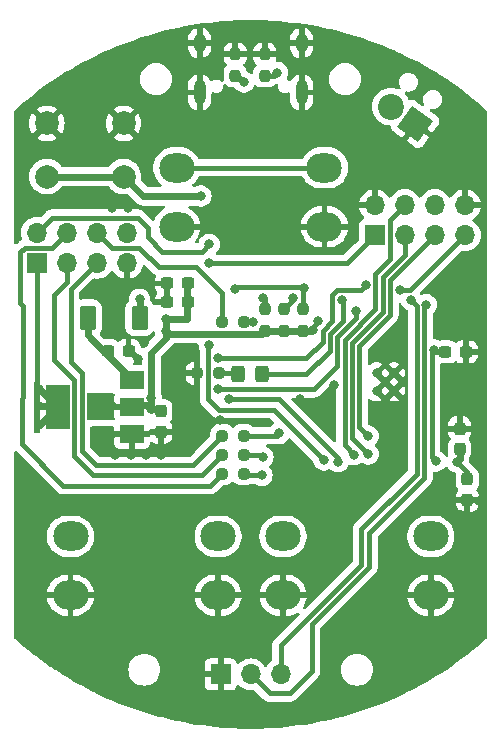
<source format=gtl>
%TF.GenerationSoftware,KiCad,Pcbnew,7.0.6*%
%TF.CreationDate,2024-01-07T21:19:13+01:00*%
%TF.ProjectId,esp-lamp,6573702d-6c61-46d7-902e-6b696361645f,rev?*%
%TF.SameCoordinates,Original*%
%TF.FileFunction,Copper,L1,Top*%
%TF.FilePolarity,Positive*%
%FSLAX46Y46*%
G04 Gerber Fmt 4.6, Leading zero omitted, Abs format (unit mm)*
G04 Created by KiCad (PCBNEW 7.0.6) date 2024-01-07 21:19:13*
%MOMM*%
%LPD*%
G01*
G04 APERTURE LIST*
G04 Aperture macros list*
%AMRoundRect*
0 Rectangle with rounded corners*
0 $1 Rounding radius*
0 $2 $3 $4 $5 $6 $7 $8 $9 X,Y pos of 4 corners*
0 Add a 4 corners polygon primitive as box body*
4,1,4,$2,$3,$4,$5,$6,$7,$8,$9,$2,$3,0*
0 Add four circle primitives for the rounded corners*
1,1,$1+$1,$2,$3*
1,1,$1+$1,$4,$5*
1,1,$1+$1,$6,$7*
1,1,$1+$1,$8,$9*
0 Add four rect primitives between the rounded corners*
20,1,$1+$1,$2,$3,$4,$5,0*
20,1,$1+$1,$4,$5,$6,$7,0*
20,1,$1+$1,$6,$7,$8,$9,0*
20,1,$1+$1,$8,$9,$2,$3,0*%
%AMRotRect*
0 Rectangle, with rotation*
0 The origin of the aperture is its center*
0 $1 length*
0 $2 width*
0 $3 Rotation angle, in degrees counterclockwise*
0 Add horizontal line*
21,1,$1,$2,0,0,$3*%
G04 Aperture macros list end*
%TA.AperFunction,ComponentPad*%
%ADD10R,1.700000X1.700000*%
%TD*%
%TA.AperFunction,ComponentPad*%
%ADD11O,1.700000X1.700000*%
%TD*%
%TA.AperFunction,SMDPad,CuDef*%
%ADD12RoundRect,0.237500X-0.250000X-0.237500X0.250000X-0.237500X0.250000X0.237500X-0.250000X0.237500X0*%
%TD*%
%TA.AperFunction,SMDPad,CuDef*%
%ADD13RoundRect,0.237500X0.237500X-0.250000X0.237500X0.250000X-0.237500X0.250000X-0.237500X-0.250000X0*%
%TD*%
%TA.AperFunction,SMDPad,CuDef*%
%ADD14RoundRect,0.237500X0.237500X-0.300000X0.237500X0.300000X-0.237500X0.300000X-0.237500X-0.300000X0*%
%TD*%
%TA.AperFunction,ComponentPad*%
%ADD15RotRect,2.200000X2.200000X144.500000*%
%TD*%
%TA.AperFunction,ComponentPad*%
%ADD16C,2.200000*%
%TD*%
%TA.AperFunction,SMDPad,CuDef*%
%ADD17RoundRect,0.237500X-0.300000X-0.237500X0.300000X-0.237500X0.300000X0.237500X-0.300000X0.237500X0*%
%TD*%
%TA.AperFunction,ComponentPad*%
%ADD18O,3.000000X2.500000*%
%TD*%
%TA.AperFunction,SMDPad,CuDef*%
%ADD19RoundRect,0.237500X-0.237500X0.300000X-0.237500X-0.300000X0.237500X-0.300000X0.237500X0.300000X0*%
%TD*%
%TA.AperFunction,SMDPad,CuDef*%
%ADD20RoundRect,0.250000X-0.325000X-0.450000X0.325000X-0.450000X0.325000X0.450000X-0.325000X0.450000X0*%
%TD*%
%TA.AperFunction,SMDPad,CuDef*%
%ADD21RoundRect,0.237500X0.300000X0.237500X-0.300000X0.237500X-0.300000X-0.237500X0.300000X-0.237500X0*%
%TD*%
%TA.AperFunction,ComponentPad*%
%ADD22C,2.000000*%
%TD*%
%TA.AperFunction,SMDPad,CuDef*%
%ADD23RoundRect,0.250000X-0.450000X-0.800000X0.450000X-0.800000X0.450000X0.800000X-0.450000X0.800000X0*%
%TD*%
%TA.AperFunction,SMDPad,CuDef*%
%ADD24R,2.000000X1.500000*%
%TD*%
%TA.AperFunction,SMDPad,CuDef*%
%ADD25R,2.000000X3.800000*%
%TD*%
%TA.AperFunction,HeatsinkPad*%
%ADD26C,0.800000*%
%TD*%
%TA.AperFunction,ComponentPad*%
%ADD27O,1.000000X1.600000*%
%TD*%
%TA.AperFunction,ComponentPad*%
%ADD28O,1.000000X2.100000*%
%TD*%
%TA.AperFunction,ViaPad*%
%ADD29C,0.800000*%
%TD*%
%TA.AperFunction,Conductor*%
%ADD30C,0.600000*%
%TD*%
%TA.AperFunction,Conductor*%
%ADD31C,0.420000*%
%TD*%
G04 APERTURE END LIST*
D10*
%TO.P,J3,1,Pin_1*%
%TO.N,3V3*%
X115920000Y-90540000D03*
D11*
%TO.P,J3,2,Pin_2*%
%TO.N,Net-(J3-Pin_2)*%
X115920000Y-88000000D03*
%TO.P,J3,3,Pin_3*%
%TO.N,Net-(J3-Pin_3)*%
X118460000Y-90540000D03*
%TO.P,J3,4,Pin_4*%
%TO.N,Net-(J3-Pin_4)*%
X118460000Y-88000000D03*
%TO.P,J3,5,Pin_5*%
%TO.N,Net-(J3-Pin_5)*%
X121000000Y-90540000D03*
%TO.P,J3,6,Pin_6*%
%TO.N,Net-(J3-Pin_6)*%
X121000000Y-88000000D03*
%TO.P,J3,7,Pin_7*%
%TO.N,GND*%
X123540000Y-90540000D03*
%TO.P,J3,8,Pin_8*%
X123540000Y-88000000D03*
%TD*%
D12*
%TO.P,R3,1*%
%TO.N,Net-(J3-Pin_3)*%
X131575000Y-106800000D03*
%TO.P,R3,2*%
%TO.N,TMS*%
X133400000Y-106800000D03*
%TD*%
D10*
%TO.P,J2,1,Pin_1*%
%TO.N,3V3*%
X144520000Y-88200000D03*
D11*
%TO.P,J2,2,Pin_2*%
%TO.N,GND*%
X144520000Y-85660000D03*
%TO.P,J2,3,Pin_3*%
%TO.N,UC*%
X147060000Y-88200000D03*
%TO.P,J2,4,Pin_4*%
%TO.N,UB*%
X147060000Y-85660000D03*
%TO.P,J2,5,Pin_5*%
%TO.N,UA*%
X149600000Y-88200000D03*
%TO.P,J2,6,Pin_6*%
%TO.N,SCL*%
X149600000Y-85660000D03*
%TO.P,J2,7,Pin_7*%
%TO.N,SDA*%
X152140000Y-88200000D03*
%TO.P,J2,8,Pin_8*%
%TO.N,GND*%
X152140000Y-85660000D03*
%TD*%
D13*
%TO.P,R15,1*%
%TO.N,Net-(J5-CC1)*%
X132690000Y-74712500D03*
%TO.P,R15,2*%
%TO.N,GND*%
X132690000Y-72887500D03*
%TD*%
D14*
%TO.P,C4,1*%
%TO.N,3V3*%
X151700000Y-106312500D03*
%TO.P,C4,2*%
%TO.N,GND*%
X151700000Y-104587500D03*
%TD*%
D12*
%TO.P,R4,1*%
%TO.N,Net-(J3-Pin_4)*%
X131575000Y-108400000D03*
%TO.P,R4,2*%
%TO.N,TDI*%
X133400000Y-108400000D03*
%TD*%
%TO.P,R5,1*%
%TO.N,Net-(J3-Pin_5)*%
X131587500Y-105200000D03*
%TO.P,R5,2*%
%TO.N,TCK*%
X133412500Y-105200000D03*
%TD*%
D15*
%TO.P,J1,1,Pin_1*%
%TO.N,GND*%
X147945400Y-78796051D03*
D16*
%TO.P,J1,2,Pin_2*%
%TO.N,Vin*%
X145877547Y-77321065D03*
%TD*%
D13*
%TO.P,R16,1*%
%TO.N,Net-(J5-CC2)*%
X135200000Y-74712500D03*
%TO.P,R16,2*%
%TO.N,GND*%
X135200000Y-72887500D03*
%TD*%
D17*
%TO.P,C1,1*%
%TO.N,Net-(D2-K)*%
X121937500Y-98000000D03*
%TO.P,C1,2*%
%TO.N,GND*%
X123662500Y-98000000D03*
%TD*%
D18*
%TO.P,SW2,1,1*%
%TO.N,Net-(C7-Pad1)*%
X127750000Y-82500000D03*
X140250000Y-82500000D03*
%TO.P,SW2,2,2*%
%TO.N,GND*%
X127750000Y-87500000D03*
X140250000Y-87500000D03*
%TD*%
D13*
%TO.P,R10,1*%
%TO.N,3V3*%
X135200000Y-96312500D03*
%TO.P,R10,2*%
%TO.N,Net-(U2-IO2)*%
X135200000Y-94487500D03*
%TD*%
D19*
%TO.P,C5,1*%
%TO.N,3V3*%
X152350000Y-108887500D03*
%TO.P,C5,2*%
%TO.N,GND*%
X152350000Y-110612500D03*
%TD*%
D20*
%TO.P,D1,1,K*%
%TO.N,Net-(D1-K)*%
X132950000Y-100000000D03*
%TO.P,D1,2,A*%
%TO.N,Net-(D1-A)*%
X135000000Y-100000000D03*
%TD*%
D21*
%TO.P,C11,1*%
%TO.N,3V3*%
X128662500Y-92300000D03*
%TO.P,C11,2*%
%TO.N,GND*%
X126937500Y-92300000D03*
%TD*%
D22*
%TO.P,SW1,1,1*%
%TO.N,GND*%
X116750000Y-78750000D03*
X123250000Y-78750000D03*
%TO.P,SW1,2,2*%
%TO.N,Net-(C6-Pad1)*%
X116750000Y-83250000D03*
X123250000Y-83250000D03*
%TD*%
D12*
%TO.P,R6,1*%
%TO.N,Net-(J3-Pin_6)*%
X131575000Y-95600000D03*
%TO.P,R6,2*%
%TO.N,TDO*%
X133400000Y-95600000D03*
%TD*%
D18*
%TO.P,SW3,1,1*%
%TO.N,Net-(C8-Pad1)*%
X118750000Y-113700000D03*
X131250000Y-113700000D03*
%TO.P,SW3,2,2*%
%TO.N,GND*%
X118750000Y-118700000D03*
X131250000Y-118700000D03*
%TD*%
D10*
%TO.P,J4,1,Pin_1*%
%TO.N,GND*%
X131460000Y-125400000D03*
D11*
%TO.P,J4,2,Pin_2*%
%TO.N,TXD*%
X134000000Y-125400000D03*
%TO.P,J4,3,Pin_3*%
%TO.N,RXD*%
X136540000Y-125400000D03*
%TD*%
D17*
%TO.P,C3,1*%
%TO.N,EN*%
X150487500Y-98100000D03*
%TO.P,C3,2*%
%TO.N,GND*%
X152212500Y-98100000D03*
%TD*%
D13*
%TO.P,R9,1*%
%TO.N,3V3*%
X138400000Y-96312500D03*
%TO.P,R9,2*%
%TO.N,Net-(U2-IO4)*%
X138400000Y-94487500D03*
%TD*%
D23*
%TO.P,D2,1,K*%
%TO.N,Net-(D2-K)*%
X120200000Y-95200000D03*
%TO.P,D2,2,A*%
%TO.N,Vin*%
X124600000Y-95200000D03*
%TD*%
D24*
%TO.P,U1,1,GND*%
%TO.N,GND*%
X123950000Y-105050000D03*
%TO.P,U1,2,VO*%
%TO.N,3V3*%
X123950000Y-102750000D03*
D25*
X117650000Y-102750000D03*
D24*
%TO.P,U1,3,VI*%
%TO.N,Net-(D2-K)*%
X123950000Y-100450000D03*
%TD*%
D21*
%TO.P,C10,1*%
%TO.N,3V3*%
X128662500Y-93900000D03*
%TO.P,C10,2*%
%TO.N,GND*%
X126937500Y-93900000D03*
%TD*%
D13*
%TO.P,R8,1*%
%TO.N,3V3*%
X136800000Y-96312500D03*
%TO.P,R8,2*%
%TO.N,Net-(U2-IO0)*%
X136800000Y-94487500D03*
%TD*%
D12*
%TO.P,R14,1*%
%TO.N,GND*%
X129475000Y-99900000D03*
%TO.P,R14,2*%
%TO.N,Net-(D1-K)*%
X131300000Y-99900000D03*
%TD*%
D18*
%TO.P,SW4,1,1*%
%TO.N,Net-(C9-Pad1)*%
X136750000Y-113700000D03*
X149250000Y-113700000D03*
%TO.P,SW4,2,2*%
%TO.N,GND*%
X136750000Y-118700000D03*
X149250000Y-118700000D03*
%TD*%
D19*
%TO.P,C2,1*%
%TO.N,3V3*%
X126400000Y-103137500D03*
%TO.P,C2,2*%
%TO.N,GND*%
X126400000Y-104862500D03*
%TD*%
D26*
%TO.P,U2,39,GND*%
%TO.N,GND*%
X144665000Y-101370000D03*
X146165000Y-101370000D03*
X144665000Y-99870000D03*
X146165000Y-99870000D03*
%TD*%
D27*
%TO.P,J5,S1,SHIELD*%
%TO.N,GND*%
X129680000Y-71950000D03*
D28*
X129680000Y-76130000D03*
D27*
X138320000Y-71950000D03*
D28*
X138320000Y-76130000D03*
%TD*%
D29*
%TO.N,GND*%
X153300000Y-100600000D03*
X150500000Y-93200000D03*
X122500000Y-106800000D03*
X123600000Y-85900000D03*
X124500000Y-98700000D03*
X120800000Y-105100000D03*
X153300000Y-104800000D03*
X122200000Y-105100000D03*
X153100000Y-93200000D03*
X138200000Y-102100000D03*
X141100000Y-100900000D03*
X153300000Y-110700000D03*
X125000000Y-97300000D03*
X131400000Y-103900000D03*
X140500000Y-103900000D03*
X122000000Y-92700000D03*
X122300000Y-85900000D03*
X153300000Y-106400000D03*
X122400000Y-94300000D03*
X123900000Y-106800000D03*
X151800000Y-111900000D03*
X153300000Y-111900000D03*
X153300000Y-102000000D03*
X150900000Y-111100000D03*
X123500000Y-92600000D03*
X151800000Y-93200000D03*
X122400000Y-96000000D03*
X130500000Y-103900000D03*
X126400000Y-106800000D03*
X153300000Y-103400000D03*
X121500000Y-106100000D03*
X125100000Y-106800000D03*
%TO.N,3V3*%
X125600000Y-102000000D03*
X116100000Y-101200000D03*
X116100000Y-102700000D03*
X130487500Y-90600000D03*
X151450000Y-107400000D03*
X139286152Y-96226296D03*
X122300000Y-102700000D03*
X126850000Y-95350000D03*
X126800000Y-96300000D03*
X116100000Y-104300000D03*
X125600000Y-102900000D03*
X139700000Y-95500000D03*
%TO.N,EN*%
X149700000Y-107350000D03*
X149510000Y-97906802D03*
%TO.N,UC*%
X143950000Y-106750000D03*
%TO.N,UB*%
X142750000Y-106800000D03*
%TO.N,LSC_TX*%
X141400000Y-107400000D03*
X132134640Y-102123776D03*
%TO.N,LSC_RX*%
X140200000Y-107250000D03*
X130493360Y-97537201D03*
%TO.N,UA*%
X143950000Y-105200000D03*
%TO.N,TMS*%
X135050000Y-107000000D03*
%TO.N,TDI*%
X134950000Y-108550000D03*
%TO.N,TCK*%
X136421679Y-104994472D03*
%TO.N,TDO*%
X134180000Y-95536368D03*
%TO.N,Net-(U2-IO2)*%
X135027169Y-93510000D03*
%TO.N,Net-(U2-IO0)*%
X137549231Y-93510000D03*
%TO.N,Net-(U2-IO4)*%
X132652243Y-92797757D03*
X138500000Y-92700000D03*
%TO.N,LSC_CS*%
X142950000Y-94650000D03*
X131200000Y-101200000D03*
%TO.N,LSC_SET*%
X131200000Y-98600000D03*
X143760000Y-92454341D03*
%TO.N,SDA*%
X146620000Y-92850000D03*
%TO.N,RXD*%
X147600000Y-93700000D03*
%TO.N,TXD*%
X148851156Y-94089231D03*
%TO.N,Net-(C6-Pad1)*%
X129800000Y-84900000D03*
%TO.N,Net-(D1-A)*%
X141710000Y-93720367D03*
%TO.N,Vin*%
X124600000Y-93650000D03*
%TO.N,Net-(J3-Pin_2)*%
X130487500Y-89000000D03*
%TO.N,Net-(J5-CC1)*%
X133450000Y-75250000D03*
%TO.N,Net-(J5-CC2)*%
X136250000Y-74450000D03*
%TD*%
D30*
%TO.N,GND*%
X123662500Y-98000000D02*
X123800000Y-98000000D01*
X123800000Y-98000000D02*
X124500000Y-98700000D01*
%TO.N,3V3*%
X116100000Y-102700000D02*
X117600000Y-102700000D01*
X151700000Y-107150000D02*
X151450000Y-107400000D01*
X117600000Y-102700000D02*
X117650000Y-102750000D01*
D31*
X142120000Y-90600000D02*
X130487500Y-90600000D01*
X115920000Y-90540000D02*
X115920000Y-101020000D01*
D30*
X124100000Y-102600000D02*
X125212500Y-102600000D01*
X126550000Y-97200000D02*
X126850000Y-96900000D01*
X139199948Y-96312500D02*
X139286152Y-96226296D01*
X135200000Y-96312500D02*
X139199948Y-96312500D01*
X125600000Y-102987500D02*
X125600000Y-102900000D01*
X126162500Y-102900000D02*
X126400000Y-103137500D01*
X126850000Y-96900000D02*
X126850000Y-96300000D01*
D31*
X144520000Y-88200000D02*
X142120000Y-90600000D01*
D30*
X128600000Y-95300000D02*
X128550000Y-95350000D01*
X134937500Y-96575000D02*
X127125000Y-96575000D01*
X125600000Y-102900000D02*
X126162500Y-102900000D01*
X126850000Y-96300000D02*
X126800000Y-96300000D01*
X125212500Y-102600000D02*
X125600000Y-102987500D01*
X128600000Y-92537500D02*
X128600000Y-95300000D01*
D31*
X139286152Y-95984274D02*
X139286152Y-96226296D01*
D30*
X116100000Y-101200000D02*
X117650000Y-102750000D01*
X116100000Y-104300000D02*
X117650000Y-102750000D01*
X127125000Y-96575000D02*
X126850000Y-96300000D01*
X125600000Y-98150000D02*
X126550000Y-97200000D01*
X123950000Y-102750000D02*
X124100000Y-102600000D01*
X135200000Y-96312500D02*
X134937500Y-96575000D01*
D31*
X126850000Y-96250000D02*
X126800000Y-96300000D01*
D30*
X125600000Y-102000000D02*
X125600000Y-98150000D01*
D31*
X115920000Y-101020000D02*
X116200000Y-101300000D01*
D30*
X151700000Y-106312500D02*
X151700000Y-107150000D01*
D31*
X139685213Y-95585213D02*
X139286152Y-95984274D01*
X152350000Y-108887500D02*
X152350000Y-108300000D01*
D30*
X125600000Y-102900000D02*
X125600000Y-102000000D01*
X126850000Y-95350000D02*
X126850000Y-96250000D01*
D31*
X152350000Y-108300000D02*
X151450000Y-107400000D01*
D30*
X128550000Y-95350000D02*
X126850000Y-95350000D01*
%TO.N,Net-(D2-K)*%
X120200000Y-96700000D02*
X120200000Y-95200000D01*
X123950000Y-100450000D02*
X120200000Y-96700000D01*
D31*
%TO.N,EN*%
X149700000Y-107350000D02*
X149320000Y-106970000D01*
X150487500Y-98100000D02*
X149703198Y-98100000D01*
X149320000Y-98096802D02*
X149510000Y-97906802D01*
X149320000Y-106970000D02*
X149320000Y-98096802D01*
X149703198Y-98100000D02*
X149510000Y-97906802D01*
%TO.N,UC*%
X147060000Y-89858395D02*
X145190000Y-91728395D01*
X145190000Y-94733188D02*
X142570000Y-97353188D01*
X142570000Y-105370000D02*
X143950000Y-106750000D01*
X145190000Y-91728395D02*
X145190000Y-94733188D01*
X142570000Y-97353188D02*
X142570000Y-105370000D01*
X147060000Y-88200000D02*
X147060000Y-89858395D01*
%TO.N,UB*%
X145779564Y-86940436D02*
X145779564Y-90247248D01*
X144570000Y-94476376D02*
X141950000Y-97096376D01*
X144570000Y-91456812D02*
X144570000Y-94476376D01*
X147060000Y-85660000D02*
X145779564Y-86940436D01*
X141950000Y-106000000D02*
X142750000Y-106800000D01*
X145779564Y-90247248D02*
X144570000Y-91456812D01*
X141950000Y-97096376D02*
X141950000Y-106000000D01*
%TO.N,LSC_TX*%
X141400000Y-107100000D02*
X136423776Y-102123776D01*
X141400000Y-107400000D02*
X141400000Y-107100000D01*
X136423776Y-102123776D02*
X132134640Y-102123776D01*
%TO.N,LSC_RX*%
X135950000Y-103000000D02*
X131300000Y-103000000D01*
X130390000Y-102090000D02*
X130390000Y-97640561D01*
X140200000Y-107250000D02*
X135950000Y-103000000D01*
X131300000Y-103000000D02*
X130390000Y-102090000D01*
X130390000Y-97640561D02*
X130493360Y-97537201D01*
%TO.N,UA*%
X143190000Y-97610000D02*
X145810000Y-94990000D01*
X145810000Y-94990000D02*
X145810000Y-91990000D01*
X143950000Y-105200000D02*
X143190000Y-104440000D01*
X143190000Y-104440000D02*
X143190000Y-97610000D01*
X145810000Y-91990000D02*
X149600000Y-88200000D01*
%TO.N,TMS*%
X134850000Y-106800000D02*
X135050000Y-107000000D01*
X133400000Y-106800000D02*
X134850000Y-106800000D01*
%TO.N,TDI*%
X133550000Y-108550000D02*
X133400000Y-108400000D01*
X134950000Y-108550000D02*
X133550000Y-108550000D01*
%TO.N,TCK*%
X136216151Y-105200000D02*
X136421679Y-104994472D01*
X133412500Y-105200000D02*
X136216151Y-105200000D01*
%TO.N,Net-(U2-IO2)*%
X135200000Y-93682831D02*
X135027169Y-93510000D01*
X135200000Y-94487500D02*
X135200000Y-93682831D01*
%TO.N,Net-(U2-IO0)*%
X137549231Y-93510000D02*
X137549231Y-93738269D01*
X137549231Y-93738269D02*
X136800000Y-94487500D01*
%TO.N,Net-(U2-IO4)*%
X138400000Y-92600000D02*
X138500000Y-92700000D01*
X138400000Y-92800000D02*
X138500000Y-92700000D01*
X138400000Y-94487500D02*
X138400000Y-92800000D01*
X132652243Y-92797757D02*
X132850000Y-92600000D01*
X132850000Y-92600000D02*
X138400000Y-92600000D01*
%TO.N,Net-(D1-K)*%
X132850000Y-99900000D02*
X132950000Y-100000000D01*
X131300000Y-99900000D02*
X132850000Y-99900000D01*
%TO.N,LSC_CS*%
X141330000Y-99285703D02*
X139365703Y-101250000D01*
X141330000Y-96839564D02*
X141330000Y-99285703D01*
X142950000Y-94650000D02*
X142950000Y-95219564D01*
X131557303Y-101200000D02*
X131607303Y-101250000D01*
X142950000Y-95219564D02*
X141330000Y-96839564D01*
X139365703Y-101250000D02*
X131607303Y-101250000D01*
X131200000Y-101200000D02*
X131557303Y-101200000D01*
%TO.N,LSC_SET*%
X143760000Y-92454341D02*
X143324476Y-92889865D01*
X138715940Y-98600000D02*
X131200000Y-98600000D01*
X140900000Y-93299717D02*
X140900000Y-95515940D01*
X143324476Y-92889865D02*
X141309852Y-92889865D01*
X140900000Y-95515940D02*
X140090000Y-96325940D01*
X140090000Y-97225940D02*
X138715940Y-98600000D01*
X140090000Y-96325940D02*
X140090000Y-97225940D01*
X141309852Y-92889865D02*
X140900000Y-93299717D01*
%TO.N,SDA*%
X147490000Y-92850000D02*
X146620000Y-92850000D01*
X152140000Y-88200000D02*
X147490000Y-92850000D01*
%TO.N,RXD*%
X147723929Y-93882534D02*
X147723929Y-93823929D01*
X148050000Y-108400000D02*
X148050000Y-94208605D01*
X143350000Y-113100000D02*
X148050000Y-108400000D01*
X148050000Y-94208605D02*
X147723929Y-93882534D01*
X136837797Y-122637797D02*
X143350000Y-116125593D01*
X143350000Y-116125593D02*
X143350000Y-113100000D01*
X136540000Y-122935594D02*
X136837797Y-122637797D01*
X147723929Y-93823929D02*
X147600000Y-93700000D01*
X136540000Y-125400000D02*
X136540000Y-122935594D01*
%TO.N,TXD*%
X148851156Y-94089231D02*
X148700000Y-94240387D01*
X148700000Y-108750000D02*
X144050000Y-113400000D01*
X135600000Y-127000000D02*
X134000000Y-125400000D01*
X144050000Y-113400000D02*
X144050000Y-116302405D01*
X144050000Y-116302405D02*
X139200000Y-121152405D01*
X148700000Y-94240387D02*
X148700000Y-108750000D01*
X139200000Y-125100000D02*
X137300000Y-127000000D01*
X137300000Y-127000000D02*
X135600000Y-127000000D01*
X139200000Y-121152405D02*
X139200000Y-125100000D01*
D30*
%TO.N,Net-(C6-Pad1)*%
X124900000Y-84900000D02*
X129800000Y-84900000D01*
X123250000Y-83250000D02*
X124900000Y-84900000D01*
X116750000Y-83250000D02*
X123250000Y-83250000D01*
D31*
%TO.N,Net-(C7-Pad1)*%
X127750000Y-82500000D02*
X140250000Y-82500000D01*
%TO.N,Net-(D1-A)*%
X141830000Y-95462752D02*
X141830000Y-93840367D01*
X140710000Y-98012325D02*
X140710000Y-96582752D01*
X140710000Y-96582752D02*
X141830000Y-95462752D01*
X135000000Y-100000000D02*
X138722325Y-100000000D01*
X138722325Y-100000000D02*
X140710000Y-98012325D01*
X141830000Y-93840367D02*
X141710000Y-93720367D01*
D30*
%TO.N,Vin*%
X124600000Y-93650000D02*
X124600000Y-95200000D01*
D31*
%TO.N,Net-(J3-Pin_2)*%
X125300000Y-87600000D02*
X125300000Y-88400000D01*
X117180000Y-86740000D02*
X124440000Y-86740000D01*
X125300000Y-88400000D02*
X126500000Y-89600000D01*
X124440000Y-86740000D02*
X125300000Y-87600000D01*
X126500000Y-89600000D02*
X129887500Y-89600000D01*
X115920000Y-88000000D02*
X117180000Y-86740000D01*
X129887500Y-89600000D02*
X130487500Y-89000000D01*
%TO.N,Net-(J3-Pin_3)*%
X117380000Y-98760000D02*
X119060000Y-100440000D01*
X119060000Y-100440000D02*
X119060000Y-106910000D01*
X117380000Y-93283188D02*
X117380000Y-98760000D01*
X119060000Y-106910000D02*
X120650000Y-108500000D01*
X129875000Y-108500000D02*
X131575000Y-106800000D01*
X118460000Y-92203188D02*
X117380000Y-93283188D01*
X120650000Y-108500000D02*
X129875000Y-108500000D01*
X118460000Y-90540000D02*
X118460000Y-92203188D01*
%TO.N,Net-(J3-Pin_4)*%
X114500000Y-89650000D02*
X114500000Y-93980000D01*
X114600000Y-105900000D02*
X118150000Y-109450000D01*
X114750000Y-94230000D02*
X114750000Y-101930000D01*
X118150000Y-109450000D02*
X130525000Y-109450000D01*
X114500000Y-93980000D02*
X114750000Y-94230000D01*
X117180000Y-89280000D02*
X114870000Y-89280000D01*
X130525000Y-109450000D02*
X131575000Y-108400000D01*
X114870000Y-89280000D02*
X114500000Y-89650000D01*
X114750000Y-101930000D02*
X114600000Y-102080000D01*
X118460000Y-88000000D02*
X117180000Y-89280000D01*
X114600000Y-102080000D02*
X114600000Y-105900000D01*
%TO.N,Net-(J3-Pin_5)*%
X129100000Y-107700000D02*
X131587500Y-105212500D01*
X120900000Y-107700000D02*
X129100000Y-107700000D01*
X121000000Y-90540000D02*
X118750000Y-92790000D01*
X119700000Y-99900000D02*
X119700000Y-106500000D01*
X118750000Y-98950000D02*
X119700000Y-99900000D01*
X118750000Y-92790000D02*
X118750000Y-98950000D01*
X119700000Y-106500000D02*
X120900000Y-107700000D01*
X131587500Y-105212500D02*
X131587500Y-105200000D01*
%TO.N,Net-(J3-Pin_6)*%
X129400000Y-90900000D02*
X126200000Y-90900000D01*
X122260000Y-89260000D02*
X121000000Y-88000000D01*
X131575000Y-95600000D02*
X131575000Y-93075000D01*
X124560000Y-89260000D02*
X122260000Y-89260000D01*
X126200000Y-90900000D02*
X124560000Y-89260000D01*
X131575000Y-93075000D02*
X129400000Y-90900000D01*
%TO.N,Net-(J5-CC1)*%
X132690000Y-74712500D02*
X132912500Y-74712500D01*
X132912500Y-74712500D02*
X133450000Y-75250000D01*
%TO.N,Net-(J5-CC2)*%
X135987500Y-74712500D02*
X136250000Y-74450000D01*
X135200000Y-74712500D02*
X135987500Y-74712500D01*
%TD*%
%TA.AperFunction,Conductor*%
%TO.N,3V3*%
G36*
X116135341Y-100519685D02*
G01*
X116181096Y-100572489D01*
X116191040Y-100641647D01*
X116184484Y-100667334D01*
X116156402Y-100742623D01*
X116156401Y-100742627D01*
X116150000Y-100802155D01*
X116150000Y-102500000D01*
X117776000Y-102500000D01*
X117843039Y-102519685D01*
X117888794Y-102572489D01*
X117900000Y-102624000D01*
X117900000Y-102876000D01*
X117880315Y-102943039D01*
X117827511Y-102988794D01*
X117776000Y-103000000D01*
X116150000Y-103000000D01*
X116150000Y-104697844D01*
X116156401Y-104757372D01*
X116156402Y-104757376D01*
X116184484Y-104832666D01*
X116189468Y-104902358D01*
X116155983Y-104963681D01*
X116094660Y-104997166D01*
X116068302Y-105000000D01*
X115824000Y-105000000D01*
X115756961Y-104980315D01*
X115711206Y-104927511D01*
X115700000Y-104876000D01*
X115700000Y-100624000D01*
X115719685Y-100556961D01*
X115772489Y-100511206D01*
X115824000Y-100500000D01*
X116068302Y-100500000D01*
X116135341Y-100519685D01*
G37*
%TD.AperFunction*%
%TA.AperFunction,Conductor*%
G36*
X122453989Y-101619685D02*
G01*
X122499744Y-101672489D01*
X122509688Y-101741647D01*
X122503132Y-101767333D01*
X122456403Y-101892619D01*
X122456401Y-101892627D01*
X122450000Y-101952155D01*
X122450000Y-102500000D01*
X124076000Y-102500000D01*
X124143039Y-102519685D01*
X124188794Y-102572489D01*
X124200000Y-102624000D01*
X124200000Y-102876000D01*
X124180315Y-102943039D01*
X124127511Y-102988794D01*
X124076000Y-103000000D01*
X122450000Y-103000000D01*
X122450000Y-103547844D01*
X122456401Y-103607372D01*
X122456403Y-103607380D01*
X122503132Y-103732667D01*
X122508116Y-103802359D01*
X122474631Y-103863682D01*
X122413307Y-103897166D01*
X122386950Y-103900000D01*
X120234500Y-103900000D01*
X120167461Y-103880315D01*
X120121706Y-103827511D01*
X120110500Y-103776000D01*
X120110500Y-101724000D01*
X120130185Y-101656961D01*
X120182989Y-101611206D01*
X120234500Y-101600000D01*
X122386950Y-101600000D01*
X122453989Y-101619685D01*
G37*
%TD.AperFunction*%
%TD*%
%TA.AperFunction,Conductor*%
%TO.N,GND*%
G36*
X134792396Y-70014457D02*
G01*
X135367873Y-70034951D01*
X135656994Y-70050790D01*
X135871556Y-70062546D01*
X136075932Y-70077120D01*
X136446127Y-70103520D01*
X136948172Y-70149442D01*
X137521275Y-70210876D01*
X138020842Y-70275021D01*
X138591926Y-70356890D01*
X139088166Y-70439106D01*
X139656665Y-70541371D01*
X140077406Y-70626955D01*
X140148797Y-70641477D01*
X140714108Y-70764086D01*
X141201224Y-70881827D01*
X141762866Y-71024744D01*
X142244128Y-71159829D01*
X142801612Y-71323021D01*
X143276010Y-71475054D01*
X143650431Y-71599286D01*
X143828928Y-71658511D01*
X144295534Y-71827050D01*
X144843578Y-72030814D01*
X145301271Y-72215274D01*
X145774512Y-72410666D01*
X145844152Y-72439419D01*
X146291775Y-72639097D01*
X146405439Y-72690835D01*
X146829407Y-72883819D01*
X147265513Y-73097762D01*
X147798015Y-73363418D01*
X148221136Y-73590503D01*
X148748731Y-73877600D01*
X149097856Y-74081715D01*
X149156485Y-74115992D01*
X149680344Y-74425714D01*
X150069233Y-74672538D01*
X150589664Y-75005784D01*
X150591624Y-75007039D01*
X150955931Y-75257358D01*
X151431411Y-75586252D01*
X151481406Y-75620834D01*
X151809627Y-75864450D01*
X152348494Y-76266277D01*
X152490572Y-76380000D01*
X152607243Y-76473386D01*
X153002034Y-76790250D01*
X153191217Y-76942091D01*
X153956509Y-77602453D01*
X153994405Y-77661152D01*
X153999500Y-77696333D01*
X153999500Y-122303665D01*
X153979815Y-122370704D01*
X153956509Y-122397546D01*
X153191217Y-123057909D01*
X152607243Y-123526613D01*
X152348489Y-123733726D01*
X151809806Y-124135416D01*
X151481406Y-124379165D01*
X150956127Y-124742506D01*
X150591627Y-124992958D01*
X150069317Y-125327407D01*
X149680344Y-125574285D01*
X149156485Y-125884007D01*
X148748715Y-126122408D01*
X148221151Y-126409488D01*
X147798002Y-126636588D01*
X147265566Y-126902211D01*
X146829414Y-127116177D01*
X146291775Y-127360902D01*
X145844152Y-127560580D01*
X145301288Y-127784719D01*
X144843576Y-127969186D01*
X144295570Y-128172936D01*
X143828928Y-128341488D01*
X143276035Y-128524937D01*
X142801594Y-128676984D01*
X142244136Y-128840167D01*
X141762851Y-128975259D01*
X141201231Y-129118171D01*
X140714106Y-129235914D01*
X140148794Y-129358522D01*
X139656664Y-129458628D01*
X139088193Y-129560888D01*
X138591928Y-129643109D01*
X138020881Y-129724972D01*
X137521274Y-129789123D01*
X136948175Y-129850557D01*
X136446123Y-129896480D01*
X135871556Y-129937453D01*
X135367835Y-129965050D01*
X134792426Y-129985541D01*
X134287851Y-129994748D01*
X133712149Y-129994748D01*
X133207573Y-129985541D01*
X132632164Y-129965050D01*
X132128443Y-129937453D01*
X131553876Y-129896480D01*
X131051824Y-129850557D01*
X130478725Y-129789123D01*
X129979118Y-129724972D01*
X129408071Y-129643109D01*
X128911806Y-129560888D01*
X128343335Y-129458628D01*
X127851205Y-129358522D01*
X127285893Y-129235914D01*
X126798769Y-129118171D01*
X126515873Y-129046184D01*
X126237148Y-128975259D01*
X125755863Y-128840167D01*
X125198405Y-128676984D01*
X124723964Y-128524937D01*
X124171071Y-128341488D01*
X123704429Y-128172936D01*
X123156423Y-127969186D01*
X122698681Y-127784706D01*
X122155847Y-127560580D01*
X121708224Y-127360902D01*
X121170585Y-127116177D01*
X120734433Y-126902211D01*
X120628711Y-126849468D01*
X120201997Y-126636587D01*
X119778848Y-126409488D01*
X119251292Y-126122412D01*
X119063056Y-126012361D01*
X118843514Y-125884007D01*
X118319655Y-125574285D01*
X117930682Y-125327407D01*
X117908065Y-125312925D01*
X117527442Y-125069202D01*
X117419369Y-125000000D01*
X123644341Y-125000000D01*
X123664936Y-125235403D01*
X123664938Y-125235413D01*
X123726094Y-125463655D01*
X123726096Y-125463659D01*
X123726097Y-125463663D01*
X123729933Y-125471889D01*
X123825964Y-125677828D01*
X123825965Y-125677830D01*
X123961505Y-125871402D01*
X124128597Y-126038494D01*
X124322169Y-126174034D01*
X124322171Y-126174035D01*
X124536337Y-126273903D01*
X124764592Y-126335063D01*
X124941034Y-126350500D01*
X125058966Y-126350500D01*
X125235408Y-126335063D01*
X125463663Y-126273903D01*
X125677829Y-126174035D01*
X125871401Y-126038495D01*
X126038495Y-125871401D01*
X126174035Y-125677830D01*
X126273903Y-125463663D01*
X126335063Y-125235408D01*
X126355659Y-125000000D01*
X126335063Y-124764592D01*
X126273903Y-124536337D01*
X126174035Y-124322171D01*
X126174034Y-124322169D01*
X126038494Y-124128597D01*
X125871402Y-123961505D01*
X125677830Y-123825965D01*
X125677828Y-123825964D01*
X125570745Y-123776031D01*
X125463663Y-123726097D01*
X125463659Y-123726096D01*
X125463655Y-123726094D01*
X125235413Y-123664938D01*
X125235403Y-123664936D01*
X125058966Y-123649500D01*
X124941034Y-123649500D01*
X124764596Y-123664936D01*
X124764586Y-123664938D01*
X124536344Y-123726094D01*
X124536335Y-123726098D01*
X124322171Y-123825964D01*
X124322169Y-123825965D01*
X124128597Y-123961505D01*
X123961506Y-124128597D01*
X123961501Y-124128604D01*
X123825967Y-124322165D01*
X123825965Y-124322169D01*
X123726098Y-124536335D01*
X123726094Y-124536344D01*
X123664938Y-124764586D01*
X123664936Y-124764596D01*
X123644341Y-124999999D01*
X123644341Y-125000000D01*
X117419369Y-125000000D01*
X117408372Y-124992958D01*
X117076576Y-124764977D01*
X117043991Y-124742588D01*
X116605775Y-124439470D01*
X116518593Y-124379165D01*
X116267518Y-124192809D01*
X116190120Y-124135361D01*
X115956972Y-123961505D01*
X115651509Y-123733725D01*
X115392756Y-123526613D01*
X114808783Y-123057909D01*
X114043491Y-122397546D01*
X114005595Y-122338846D01*
X114000500Y-122303665D01*
X114000500Y-118450000D01*
X116767914Y-118450000D01*
X118204118Y-118450000D01*
X118165444Y-118543369D01*
X118144823Y-118700000D01*
X118165444Y-118856631D01*
X118204118Y-118950000D01*
X116767915Y-118950000D01*
X116789090Y-119090497D01*
X116789092Y-119090505D01*
X116866404Y-119341141D01*
X116866405Y-119341145D01*
X116980204Y-119577449D01*
X116980206Y-119577453D01*
X117127958Y-119794167D01*
X117127959Y-119794169D01*
X117306351Y-119986429D01*
X117306360Y-119986437D01*
X117511426Y-120149971D01*
X117738573Y-120281116D01*
X117982729Y-120376941D01*
X118238449Y-120435306D01*
X118238453Y-120435307D01*
X118434515Y-120450000D01*
X118500000Y-120450000D01*
X118500000Y-119245881D01*
X118593369Y-119284556D01*
X118710677Y-119300000D01*
X118789323Y-119300000D01*
X118906631Y-119284556D01*
X118999999Y-119245881D01*
X119000000Y-120450000D01*
X119065485Y-120450000D01*
X119261546Y-120435307D01*
X119261550Y-120435306D01*
X119517270Y-120376941D01*
X119761426Y-120281116D01*
X119988573Y-120149971D01*
X120193639Y-119986437D01*
X120193648Y-119986429D01*
X120372040Y-119794169D01*
X120372041Y-119794167D01*
X120519793Y-119577454D01*
X120519798Y-119577445D01*
X120633595Y-119341143D01*
X120710907Y-119090505D01*
X120710909Y-119090497D01*
X120732085Y-118950000D01*
X119295882Y-118950000D01*
X119334556Y-118856631D01*
X119355177Y-118700000D01*
X119334556Y-118543369D01*
X119295882Y-118450000D01*
X120732085Y-118450000D01*
X129267914Y-118450000D01*
X130704118Y-118450000D01*
X130665444Y-118543369D01*
X130644823Y-118700000D01*
X130665444Y-118856631D01*
X130704118Y-118950000D01*
X129267915Y-118950000D01*
X129289090Y-119090497D01*
X129289092Y-119090505D01*
X129366404Y-119341141D01*
X129366405Y-119341145D01*
X129480204Y-119577449D01*
X129480206Y-119577453D01*
X129627958Y-119794167D01*
X129627959Y-119794169D01*
X129806351Y-119986429D01*
X129806360Y-119986437D01*
X130011426Y-120149971D01*
X130238573Y-120281116D01*
X130482729Y-120376941D01*
X130738449Y-120435306D01*
X130738453Y-120435307D01*
X130934515Y-120450000D01*
X131000000Y-120450000D01*
X130999999Y-119245881D01*
X131093369Y-119284556D01*
X131210677Y-119300000D01*
X131289323Y-119300000D01*
X131406631Y-119284556D01*
X131500000Y-119245881D01*
X131500000Y-120450000D01*
X131565485Y-120450000D01*
X131761546Y-120435307D01*
X131761550Y-120435306D01*
X132017270Y-120376941D01*
X132261426Y-120281116D01*
X132488573Y-120149971D01*
X132693639Y-119986437D01*
X132693648Y-119986429D01*
X132872040Y-119794169D01*
X132872041Y-119794167D01*
X133019793Y-119577454D01*
X133019798Y-119577445D01*
X133133595Y-119341143D01*
X133210907Y-119090505D01*
X133210909Y-119090497D01*
X133232085Y-118950000D01*
X131795882Y-118950000D01*
X131834556Y-118856631D01*
X131855177Y-118700000D01*
X131834556Y-118543369D01*
X131795882Y-118450000D01*
X133232085Y-118450000D01*
X133210909Y-118309502D01*
X133210907Y-118309494D01*
X133133595Y-118058858D01*
X133133594Y-118058854D01*
X133019795Y-117822550D01*
X133019793Y-117822546D01*
X132872041Y-117605832D01*
X132872040Y-117605830D01*
X132693648Y-117413570D01*
X132693639Y-117413562D01*
X132488573Y-117250028D01*
X132261426Y-117118883D01*
X132017270Y-117023058D01*
X131761550Y-116964693D01*
X131761546Y-116964692D01*
X131565485Y-116950000D01*
X131500000Y-116950000D01*
X131500000Y-118154118D01*
X131406631Y-118115444D01*
X131289323Y-118100000D01*
X131210677Y-118100000D01*
X131093369Y-118115444D01*
X130999999Y-118154118D01*
X131000000Y-116950000D01*
X130934515Y-116950000D01*
X130738453Y-116964692D01*
X130738449Y-116964693D01*
X130482729Y-117023058D01*
X130238573Y-117118883D01*
X130011426Y-117250028D01*
X129806360Y-117413562D01*
X129806351Y-117413570D01*
X129627959Y-117605830D01*
X129627958Y-117605832D01*
X129480206Y-117822545D01*
X129480201Y-117822554D01*
X129366404Y-118058856D01*
X129289092Y-118309494D01*
X129289090Y-118309502D01*
X129267914Y-118450000D01*
X120732085Y-118450000D01*
X120710909Y-118309502D01*
X120710907Y-118309494D01*
X120633595Y-118058858D01*
X120633594Y-118058854D01*
X120519795Y-117822550D01*
X120519793Y-117822546D01*
X120372041Y-117605832D01*
X120372040Y-117605830D01*
X120193648Y-117413570D01*
X120193639Y-117413562D01*
X119988573Y-117250028D01*
X119761426Y-117118883D01*
X119517270Y-117023058D01*
X119261550Y-116964693D01*
X119261546Y-116964692D01*
X119065485Y-116950000D01*
X119000000Y-116950000D01*
X118999999Y-118154118D01*
X118906631Y-118115444D01*
X118789323Y-118100000D01*
X118710677Y-118100000D01*
X118593369Y-118115444D01*
X118500000Y-118154118D01*
X118500000Y-116950000D01*
X118434515Y-116950000D01*
X118238453Y-116964692D01*
X118238449Y-116964693D01*
X117982729Y-117023058D01*
X117738573Y-117118883D01*
X117511426Y-117250028D01*
X117306360Y-117413562D01*
X117306351Y-117413570D01*
X117127959Y-117605830D01*
X117127958Y-117605832D01*
X116980206Y-117822545D01*
X116980201Y-117822554D01*
X116866404Y-118058856D01*
X116789092Y-118309494D01*
X116789090Y-118309502D01*
X116767914Y-118450000D01*
X114000500Y-118450000D01*
X114000500Y-113831187D01*
X116749500Y-113831187D01*
X116769794Y-113965823D01*
X116788604Y-114090615D01*
X116788605Y-114090617D01*
X116788606Y-114090623D01*
X116865938Y-114341326D01*
X116979767Y-114577696D01*
X116979768Y-114577697D01*
X116979770Y-114577700D01*
X116979772Y-114577704D01*
X117127567Y-114794479D01*
X117306014Y-114986801D01*
X117306018Y-114986804D01*
X117306019Y-114986805D01*
X117511143Y-115150386D01*
X117738357Y-115281568D01*
X117982584Y-115377420D01*
X118238370Y-115435802D01*
X118238376Y-115435802D01*
X118238379Y-115435803D01*
X118434500Y-115450500D01*
X118434506Y-115450500D01*
X119065500Y-115450500D01*
X119261620Y-115435803D01*
X119261622Y-115435802D01*
X119261630Y-115435802D01*
X119517416Y-115377420D01*
X119761643Y-115281568D01*
X119988857Y-115150386D01*
X120193981Y-114986805D01*
X120372433Y-114794479D01*
X120520228Y-114577704D01*
X120634063Y-114341323D01*
X120711396Y-114090615D01*
X120750499Y-113831187D01*
X129249500Y-113831187D01*
X129269794Y-113965823D01*
X129288604Y-114090615D01*
X129288605Y-114090617D01*
X129288606Y-114090623D01*
X129365938Y-114341326D01*
X129479767Y-114577696D01*
X129479768Y-114577697D01*
X129479770Y-114577700D01*
X129479772Y-114577704D01*
X129627566Y-114794479D01*
X129627567Y-114794479D01*
X129806014Y-114986801D01*
X129806018Y-114986804D01*
X129806019Y-114986805D01*
X130011143Y-115150386D01*
X130238357Y-115281568D01*
X130482584Y-115377420D01*
X130738370Y-115435802D01*
X130738376Y-115435802D01*
X130738379Y-115435803D01*
X130934500Y-115450500D01*
X130934506Y-115450500D01*
X131565500Y-115450500D01*
X131761620Y-115435803D01*
X131761622Y-115435802D01*
X131761630Y-115435802D01*
X132017416Y-115377420D01*
X132261643Y-115281568D01*
X132488857Y-115150386D01*
X132693981Y-114986805D01*
X132872433Y-114794479D01*
X133020228Y-114577704D01*
X133134063Y-114341323D01*
X133211396Y-114090615D01*
X133250499Y-113831187D01*
X134749500Y-113831187D01*
X134769794Y-113965823D01*
X134788604Y-114090615D01*
X134788605Y-114090617D01*
X134788606Y-114090623D01*
X134865938Y-114341326D01*
X134979767Y-114577696D01*
X134979768Y-114577697D01*
X134979770Y-114577700D01*
X134979772Y-114577704D01*
X135127566Y-114794478D01*
X135127567Y-114794479D01*
X135306014Y-114986801D01*
X135306018Y-114986804D01*
X135306019Y-114986805D01*
X135511143Y-115150386D01*
X135738357Y-115281568D01*
X135982584Y-115377420D01*
X136238370Y-115435802D01*
X136238376Y-115435802D01*
X136238379Y-115435803D01*
X136434500Y-115450500D01*
X136434506Y-115450500D01*
X137065500Y-115450500D01*
X137261620Y-115435803D01*
X137261622Y-115435802D01*
X137261630Y-115435802D01*
X137517416Y-115377420D01*
X137761643Y-115281568D01*
X137988857Y-115150386D01*
X138193981Y-114986805D01*
X138372433Y-114794479D01*
X138520228Y-114577704D01*
X138634063Y-114341323D01*
X138711396Y-114090615D01*
X138750500Y-113831182D01*
X138750500Y-113568818D01*
X138711396Y-113309385D01*
X138634063Y-113058677D01*
X138571476Y-112928714D01*
X138520232Y-112822303D01*
X138520231Y-112822302D01*
X138520230Y-112822301D01*
X138520228Y-112822296D01*
X138372433Y-112605521D01*
X138349759Y-112581084D01*
X138193985Y-112413198D01*
X138154533Y-112381736D01*
X137988857Y-112249614D01*
X137761643Y-112118432D01*
X137517416Y-112022580D01*
X137517411Y-112022578D01*
X137517402Y-112022576D01*
X137299818Y-111972914D01*
X137261630Y-111964198D01*
X137261629Y-111964197D01*
X137261625Y-111964197D01*
X137261620Y-111964196D01*
X137065500Y-111949500D01*
X137065494Y-111949500D01*
X136434506Y-111949500D01*
X136434500Y-111949500D01*
X136238379Y-111964196D01*
X136238374Y-111964197D01*
X135982597Y-112022576D01*
X135982578Y-112022582D01*
X135738356Y-112118432D01*
X135511143Y-112249614D01*
X135306014Y-112413198D01*
X135127567Y-112605520D01*
X134979768Y-112822302D01*
X134979767Y-112822303D01*
X134865938Y-113058673D01*
X134788606Y-113309376D01*
X134788605Y-113309381D01*
X134788604Y-113309385D01*
X134773853Y-113407247D01*
X134749500Y-113568812D01*
X134749500Y-113831187D01*
X133250499Y-113831187D01*
X133250500Y-113831182D01*
X133250500Y-113568818D01*
X133211396Y-113309385D01*
X133134063Y-113058677D01*
X133071476Y-112928714D01*
X133020232Y-112822303D01*
X133020231Y-112822302D01*
X133020230Y-112822301D01*
X133020228Y-112822296D01*
X132872433Y-112605521D01*
X132849759Y-112581084D01*
X132693985Y-112413198D01*
X132654533Y-112381736D01*
X132488857Y-112249614D01*
X132261643Y-112118432D01*
X132017416Y-112022580D01*
X132017411Y-112022578D01*
X132017402Y-112022576D01*
X131799818Y-111972914D01*
X131761630Y-111964198D01*
X131761629Y-111964197D01*
X131761625Y-111964197D01*
X131761620Y-111964196D01*
X131565500Y-111949500D01*
X131565494Y-111949500D01*
X130934506Y-111949500D01*
X130934500Y-111949500D01*
X130738379Y-111964196D01*
X130738374Y-111964197D01*
X130482597Y-112022576D01*
X130482578Y-112022582D01*
X130238356Y-112118432D01*
X130011143Y-112249614D01*
X129806014Y-112413198D01*
X129627567Y-112605520D01*
X129479768Y-112822302D01*
X129479767Y-112822303D01*
X129365938Y-113058673D01*
X129288606Y-113309376D01*
X129288605Y-113309381D01*
X129288604Y-113309385D01*
X129273853Y-113407247D01*
X129249500Y-113568812D01*
X129249500Y-113831187D01*
X120750499Y-113831187D01*
X120750500Y-113831182D01*
X120750500Y-113568818D01*
X120711396Y-113309385D01*
X120634063Y-113058677D01*
X120571476Y-112928714D01*
X120520232Y-112822303D01*
X120520231Y-112822302D01*
X120520230Y-112822301D01*
X120520228Y-112822296D01*
X120372433Y-112605521D01*
X120349759Y-112581084D01*
X120193985Y-112413198D01*
X120154533Y-112381736D01*
X119988857Y-112249614D01*
X119761643Y-112118432D01*
X119517416Y-112022580D01*
X119517411Y-112022578D01*
X119517402Y-112022576D01*
X119299818Y-111972914D01*
X119261630Y-111964198D01*
X119261629Y-111964197D01*
X119261625Y-111964197D01*
X119261620Y-111964196D01*
X119065500Y-111949500D01*
X119065494Y-111949500D01*
X118434506Y-111949500D01*
X118434500Y-111949500D01*
X118238379Y-111964196D01*
X118238374Y-111964197D01*
X117982597Y-112022576D01*
X117982578Y-112022582D01*
X117738356Y-112118432D01*
X117511143Y-112249614D01*
X117306014Y-112413198D01*
X117127567Y-112605520D01*
X116979768Y-112822302D01*
X116979767Y-112822303D01*
X116865938Y-113058673D01*
X116788606Y-113309376D01*
X116788605Y-113309381D01*
X116788604Y-113309385D01*
X116773853Y-113407247D01*
X116749500Y-113568812D01*
X116749500Y-113831187D01*
X114000500Y-113831187D01*
X114000500Y-106604660D01*
X114020185Y-106537621D01*
X114072989Y-106491866D01*
X114142147Y-106481922D01*
X114205703Y-106510947D01*
X114212180Y-106516978D01*
X117631107Y-109935906D01*
X117633659Y-109938618D01*
X117675387Y-109985720D01*
X117727175Y-110021467D01*
X117730191Y-110023686D01*
X117779732Y-110062499D01*
X117789257Y-110066785D01*
X117808792Y-110077803D01*
X117817389Y-110083737D01*
X117876230Y-110106052D01*
X117879683Y-110107483D01*
X117899957Y-110116607D01*
X117937072Y-110133311D01*
X117947338Y-110135192D01*
X117968952Y-110141217D01*
X117978717Y-110144921D01*
X118041176Y-110152504D01*
X118044879Y-110153068D01*
X118066096Y-110156955D01*
X118106786Y-110164413D01*
X118163147Y-110161003D01*
X118169602Y-110160613D01*
X118173347Y-110160500D01*
X130501653Y-110160500D01*
X130505398Y-110160613D01*
X130512223Y-110161025D01*
X130568214Y-110164413D01*
X130568219Y-110164412D01*
X130630119Y-110153068D01*
X130633817Y-110152505D01*
X130696283Y-110144921D01*
X130706050Y-110141216D01*
X130727664Y-110135192D01*
X130729651Y-110134827D01*
X130737928Y-110133311D01*
X130795358Y-110107463D01*
X130798744Y-110106061D01*
X130857611Y-110083737D01*
X130866195Y-110077811D01*
X130885749Y-110066783D01*
X130886955Y-110066240D01*
X130895268Y-110062499D01*
X130944810Y-110023683D01*
X130947812Y-110021475D01*
X130947824Y-110021467D01*
X130999609Y-109985723D01*
X131041348Y-109938607D01*
X131043883Y-109935913D01*
X131567979Y-109411818D01*
X131629303Y-109378333D01*
X131655661Y-109375499D01*
X131874170Y-109375499D01*
X131874176Y-109375499D01*
X131975253Y-109365174D01*
X132139016Y-109310908D01*
X132285850Y-109220340D01*
X132399821Y-109106368D01*
X132461140Y-109072886D01*
X132530832Y-109077870D01*
X132575180Y-109106370D01*
X132689150Y-109220340D01*
X132835984Y-109310908D01*
X132999747Y-109365174D01*
X133100823Y-109375500D01*
X133699176Y-109375499D01*
X133699184Y-109375498D01*
X133699187Y-109375498D01*
X133754530Y-109369844D01*
X133800253Y-109365174D01*
X133964016Y-109310908D01*
X134013826Y-109280185D01*
X134015811Y-109278961D01*
X134080907Y-109260500D01*
X134355608Y-109260500D01*
X134422647Y-109280185D01*
X134428485Y-109284176D01*
X134465279Y-109310908D01*
X134497270Y-109334151D01*
X134670192Y-109411142D01*
X134670197Y-109411144D01*
X134855354Y-109450500D01*
X134855355Y-109450500D01*
X135044644Y-109450500D01*
X135044646Y-109450500D01*
X135229803Y-109411144D01*
X135402730Y-109334151D01*
X135555871Y-109222888D01*
X135682533Y-109082216D01*
X135777179Y-108918284D01*
X135835674Y-108738256D01*
X135855460Y-108550000D01*
X135835674Y-108361744D01*
X135777179Y-108181716D01*
X135682533Y-108017784D01*
X135576404Y-107899916D01*
X135546174Y-107836925D01*
X135554799Y-107767589D01*
X135595667Y-107716628D01*
X135655871Y-107672888D01*
X135782533Y-107532216D01*
X135877179Y-107368284D01*
X135935674Y-107188256D01*
X135955460Y-107000000D01*
X135935674Y-106811744D01*
X135877179Y-106631716D01*
X135782533Y-106467784D01*
X135655871Y-106327112D01*
X135647837Y-106321275D01*
X135502734Y-106215851D01*
X135502729Y-106215848D01*
X135349845Y-106147779D01*
X135296608Y-106102529D01*
X135276287Y-106035680D01*
X135295333Y-105968456D01*
X135347699Y-105922201D01*
X135400281Y-105910500D01*
X136192804Y-105910500D01*
X136196549Y-105910613D01*
X136203374Y-105911025D01*
X136259365Y-105914413D01*
X136259370Y-105914412D01*
X136321270Y-105903068D01*
X136324968Y-105902505D01*
X136383294Y-105895423D01*
X136390767Y-105894972D01*
X136516323Y-105894972D01*
X136516325Y-105894972D01*
X136701482Y-105855616D01*
X136874409Y-105778623D01*
X137027550Y-105667360D01*
X137154212Y-105526688D01*
X137189691Y-105465235D01*
X137240256Y-105417022D01*
X137308862Y-105403798D01*
X137373728Y-105429765D01*
X137384757Y-105439555D01*
X138362783Y-106417582D01*
X139275156Y-107329955D01*
X139308641Y-107391278D01*
X139310795Y-107404671D01*
X139314325Y-107438250D01*
X139314327Y-107438260D01*
X139372818Y-107618277D01*
X139372821Y-107618284D01*
X139467467Y-107782216D01*
X139525310Y-107846457D01*
X139594129Y-107922888D01*
X139747265Y-108034148D01*
X139747270Y-108034151D01*
X139920192Y-108111142D01*
X139920197Y-108111144D01*
X140105354Y-108150500D01*
X140105355Y-108150500D01*
X140294644Y-108150500D01*
X140294646Y-108150500D01*
X140479803Y-108111144D01*
X140646463Y-108036941D01*
X140715714Y-108027656D01*
X140778991Y-108057284D01*
X140789051Y-108067249D01*
X140794124Y-108072884D01*
X140794130Y-108072889D01*
X140947265Y-108184148D01*
X140947270Y-108184151D01*
X141120192Y-108261142D01*
X141120197Y-108261144D01*
X141305354Y-108300500D01*
X141305355Y-108300500D01*
X141494644Y-108300500D01*
X141494646Y-108300500D01*
X141679803Y-108261144D01*
X141852730Y-108184151D01*
X142005871Y-108072888D01*
X142132533Y-107932216D01*
X142227179Y-107768284D01*
X142245748Y-107711133D01*
X142285183Y-107653461D01*
X142349541Y-107626261D01*
X142414113Y-107636173D01*
X142470197Y-107661144D01*
X142655354Y-107700500D01*
X142655355Y-107700500D01*
X142844644Y-107700500D01*
X142844646Y-107700500D01*
X143029803Y-107661144D01*
X143202730Y-107584151D01*
X143311527Y-107505105D01*
X143377329Y-107481627D01*
X143445383Y-107497452D01*
X143457290Y-107505103D01*
X143494604Y-107532214D01*
X143497270Y-107534151D01*
X143670192Y-107611142D01*
X143670197Y-107611144D01*
X143855354Y-107650500D01*
X143855355Y-107650500D01*
X144044644Y-107650500D01*
X144044646Y-107650500D01*
X144229803Y-107611144D01*
X144402730Y-107534151D01*
X144555871Y-107422888D01*
X144682533Y-107282216D01*
X144777179Y-107118284D01*
X144835674Y-106938256D01*
X144855460Y-106750000D01*
X144835674Y-106561744D01*
X144777179Y-106381716D01*
X144682533Y-106217784D01*
X144555871Y-106077112D01*
X144555870Y-106077111D01*
X144555868Y-106077109D01*
X144553405Y-106075320D01*
X144552323Y-106073917D01*
X144551037Y-106072759D01*
X144551248Y-106072523D01*
X144510738Y-106019991D01*
X144504757Y-105950378D01*
X144537362Y-105888582D01*
X144553405Y-105874680D01*
X144555868Y-105872890D01*
X144555867Y-105872890D01*
X144555871Y-105872888D01*
X144682533Y-105732216D01*
X144777179Y-105568284D01*
X144835674Y-105388256D01*
X144855460Y-105200000D01*
X144835674Y-105011744D01*
X144777179Y-104831716D01*
X144682533Y-104667784D01*
X144555871Y-104527112D01*
X144536943Y-104513360D01*
X144402734Y-104415851D01*
X144402729Y-104415848D01*
X144229807Y-104338857D01*
X144229803Y-104338856D01*
X144092831Y-104309741D01*
X144031350Y-104276548D01*
X144030932Y-104276132D01*
X143936819Y-104182019D01*
X143903334Y-104120696D01*
X143900500Y-104094338D01*
X143900500Y-102170382D01*
X143920185Y-102103343D01*
X143972989Y-102057588D01*
X144042147Y-102047644D01*
X144097386Y-102070064D01*
X144212522Y-102153717D01*
X144385355Y-102230665D01*
X144570406Y-102270000D01*
X144759594Y-102270000D01*
X144944646Y-102230665D01*
X144944651Y-102230663D01*
X145102036Y-102160590D01*
X145102037Y-102160589D01*
X145727961Y-102160589D01*
X145885355Y-102230665D01*
X146070406Y-102270000D01*
X146259594Y-102270000D01*
X146444646Y-102230665D01*
X146444651Y-102230663D01*
X146602036Y-102160590D01*
X146602037Y-102160589D01*
X146165001Y-101723553D01*
X146165000Y-101723553D01*
X145727961Y-102160589D01*
X145102037Y-102160589D01*
X144399128Y-101457680D01*
X144376177Y-101415649D01*
X144465000Y-101415649D01*
X144504613Y-101497905D01*
X144575992Y-101554827D01*
X144642468Y-101570000D01*
X144687532Y-101570000D01*
X144754008Y-101554827D01*
X144825387Y-101497905D01*
X144865000Y-101415649D01*
X144865000Y-101369999D01*
X145018553Y-101369999D01*
X145414999Y-101766447D01*
X145415000Y-101766447D01*
X145765798Y-101415649D01*
X145965000Y-101415649D01*
X146004613Y-101497905D01*
X146075992Y-101554827D01*
X146142468Y-101570000D01*
X146187532Y-101570000D01*
X146254008Y-101554827D01*
X146325387Y-101497905D01*
X146365000Y-101415649D01*
X146365000Y-101370000D01*
X146518553Y-101370000D01*
X146953253Y-101804701D01*
X146991720Y-101738076D01*
X147050180Y-101558154D01*
X147069956Y-101369999D01*
X147050180Y-101181845D01*
X146991721Y-101001927D01*
X146991718Y-101001920D01*
X146953253Y-100935297D01*
X146518553Y-101369999D01*
X146518553Y-101370000D01*
X146365000Y-101370000D01*
X146365000Y-101324351D01*
X146325387Y-101242095D01*
X146254008Y-101185173D01*
X146187532Y-101170000D01*
X146142468Y-101170000D01*
X146075992Y-101185173D01*
X146004613Y-101242095D01*
X145965000Y-101324351D01*
X145965000Y-101415649D01*
X145765798Y-101415649D01*
X145811447Y-101370000D01*
X145811447Y-101369999D01*
X145415001Y-100973552D01*
X145415000Y-100973552D01*
X145018553Y-101369999D01*
X144865000Y-101369999D01*
X144865000Y-101324351D01*
X144825387Y-101242095D01*
X144754008Y-101185173D01*
X144687532Y-101170000D01*
X144642468Y-101170000D01*
X144575992Y-101185173D01*
X144504613Y-101242095D01*
X144465000Y-101324351D01*
X144465000Y-101415649D01*
X144376177Y-101415649D01*
X144365643Y-101396357D01*
X144370627Y-101326665D01*
X144399128Y-101282318D01*
X144665000Y-101016447D01*
X145061447Y-100619999D01*
X145768553Y-100619999D01*
X146164999Y-101016447D01*
X146165000Y-101016447D01*
X146561447Y-100619999D01*
X146165001Y-100223553D01*
X146165000Y-100223553D01*
X145768553Y-100619998D01*
X145768553Y-100619999D01*
X145061447Y-100619999D01*
X145061447Y-100619998D01*
X144399128Y-99957680D01*
X144376177Y-99915649D01*
X144465000Y-99915649D01*
X144504613Y-99997905D01*
X144575992Y-100054827D01*
X144642468Y-100070000D01*
X144687532Y-100070000D01*
X144754008Y-100054827D01*
X144825387Y-99997905D01*
X144865000Y-99915649D01*
X144865000Y-99870000D01*
X145018553Y-99870000D01*
X145415000Y-100266446D01*
X145765798Y-99915649D01*
X145965000Y-99915649D01*
X146004613Y-99997905D01*
X146075992Y-100054827D01*
X146142468Y-100070000D01*
X146187532Y-100070000D01*
X146254008Y-100054827D01*
X146325387Y-99997905D01*
X146365000Y-99915649D01*
X146365000Y-99870000D01*
X146518553Y-99870000D01*
X146953253Y-100304701D01*
X146991720Y-100238076D01*
X147050180Y-100058154D01*
X147069956Y-99869999D01*
X147050180Y-99681845D01*
X146991721Y-99501927D01*
X146991718Y-99501920D01*
X146953253Y-99435297D01*
X146518553Y-99869999D01*
X146518553Y-99870000D01*
X146365000Y-99870000D01*
X146365000Y-99824351D01*
X146325387Y-99742095D01*
X146254008Y-99685173D01*
X146187532Y-99670000D01*
X146142468Y-99670000D01*
X146075992Y-99685173D01*
X146004613Y-99742095D01*
X145965000Y-99824351D01*
X145965000Y-99915649D01*
X145765798Y-99915649D01*
X145811447Y-99870000D01*
X145415000Y-99473553D01*
X145018553Y-99870000D01*
X144865000Y-99870000D01*
X144865000Y-99824351D01*
X144825387Y-99742095D01*
X144754008Y-99685173D01*
X144687532Y-99670000D01*
X144642468Y-99670000D01*
X144575992Y-99685173D01*
X144504613Y-99742095D01*
X144465000Y-99824351D01*
X144465000Y-99915649D01*
X144376177Y-99915649D01*
X144365643Y-99896357D01*
X144370627Y-99826666D01*
X144399128Y-99782318D01*
X144665000Y-99516447D01*
X145102037Y-99079409D01*
X145727961Y-99079409D01*
X146165000Y-99516447D01*
X146165001Y-99516447D01*
X146602037Y-99079409D01*
X146444644Y-99009334D01*
X146259594Y-98970000D01*
X146070406Y-98970000D01*
X145885355Y-99009334D01*
X145727961Y-99079409D01*
X145102037Y-99079409D01*
X144944644Y-99009334D01*
X144759594Y-98970000D01*
X144570406Y-98970000D01*
X144385355Y-99009334D01*
X144212515Y-99086287D01*
X144097385Y-99169935D01*
X144031579Y-99193415D01*
X143963525Y-99177589D01*
X143914830Y-99127484D01*
X143900500Y-99069617D01*
X143900500Y-97955659D01*
X143920185Y-97888620D01*
X143936814Y-97867983D01*
X146295906Y-95508891D01*
X146298617Y-95506340D01*
X146328733Y-95479660D01*
X146345723Y-95464609D01*
X146381491Y-95412788D01*
X146383670Y-95409827D01*
X146422499Y-95360268D01*
X146426782Y-95350749D01*
X146437811Y-95331196D01*
X146437855Y-95331130D01*
X146443737Y-95322611D01*
X146466057Y-95263757D01*
X146467471Y-95260341D01*
X146493312Y-95202928D01*
X146495192Y-95192665D01*
X146501223Y-95171031D01*
X146504921Y-95161282D01*
X146504921Y-95161279D01*
X146512503Y-95098831D01*
X146513067Y-95095125D01*
X146515574Y-95081439D01*
X146524413Y-95033214D01*
X146520613Y-94970397D01*
X146520500Y-94966652D01*
X146520500Y-94074625D01*
X146540185Y-94007586D01*
X146592989Y-93961831D01*
X146662147Y-93951887D01*
X146725703Y-93980912D01*
X146762431Y-94036308D01*
X146772817Y-94068275D01*
X146772821Y-94068284D01*
X146867467Y-94232216D01*
X146973513Y-94349992D01*
X146994129Y-94372888D01*
X147147265Y-94484148D01*
X147147266Y-94484148D01*
X147147270Y-94484151D01*
X147265936Y-94536985D01*
X147319173Y-94582235D01*
X147339494Y-94649084D01*
X147339500Y-94650264D01*
X147339500Y-108054339D01*
X147319815Y-108121378D01*
X147303181Y-108142020D01*
X142864116Y-112581084D01*
X142861390Y-112583651D01*
X142814276Y-112625391D01*
X142778531Y-112677177D01*
X142776311Y-112680193D01*
X142737503Y-112729728D01*
X142733213Y-112739259D01*
X142722195Y-112758793D01*
X142716266Y-112767382D01*
X142716261Y-112767392D01*
X142693947Y-112826227D01*
X142692515Y-112829686D01*
X142666689Y-112887072D01*
X142666687Y-112887078D01*
X142664805Y-112897345D01*
X142658783Y-112918946D01*
X142655079Y-112928712D01*
X142655079Y-112928714D01*
X142647493Y-112991185D01*
X142646930Y-112994887D01*
X142635587Y-113056782D01*
X142635587Y-113056785D01*
X142639386Y-113119599D01*
X142639499Y-113123343D01*
X142639499Y-115779932D01*
X142619814Y-115846971D01*
X142603180Y-115867613D01*
X138654480Y-119816314D01*
X138593157Y-119849799D01*
X138523465Y-119844815D01*
X138467532Y-119802943D01*
X138443115Y-119737479D01*
X138457967Y-119669206D01*
X138464346Y-119658781D01*
X138519791Y-119577457D01*
X138519798Y-119577445D01*
X138633595Y-119341143D01*
X138710907Y-119090505D01*
X138710909Y-119090497D01*
X138732085Y-118950000D01*
X137295882Y-118950000D01*
X137334556Y-118856631D01*
X137355177Y-118700000D01*
X137334556Y-118543369D01*
X137295882Y-118450000D01*
X138732085Y-118450000D01*
X138710909Y-118309502D01*
X138710907Y-118309494D01*
X138633595Y-118058858D01*
X138633594Y-118058854D01*
X138519795Y-117822550D01*
X138519793Y-117822546D01*
X138372041Y-117605832D01*
X138372040Y-117605830D01*
X138193648Y-117413570D01*
X138193639Y-117413562D01*
X137988573Y-117250028D01*
X137761426Y-117118883D01*
X137517270Y-117023058D01*
X137261550Y-116964693D01*
X137261546Y-116964692D01*
X137065485Y-116950000D01*
X137000000Y-116950000D01*
X137000000Y-118154118D01*
X136906631Y-118115444D01*
X136789323Y-118100000D01*
X136710677Y-118100000D01*
X136593369Y-118115444D01*
X136500000Y-118154118D01*
X136500000Y-116950000D01*
X136434515Y-116950000D01*
X136238453Y-116964692D01*
X136238449Y-116964693D01*
X135982729Y-117023058D01*
X135738573Y-117118883D01*
X135511426Y-117250028D01*
X135306360Y-117413562D01*
X135306351Y-117413570D01*
X135127959Y-117605830D01*
X135127958Y-117605832D01*
X134980206Y-117822545D01*
X134980201Y-117822554D01*
X134866404Y-118058856D01*
X134789092Y-118309494D01*
X134789090Y-118309502D01*
X134767914Y-118450000D01*
X136204118Y-118450000D01*
X136165444Y-118543369D01*
X136144823Y-118700000D01*
X136165444Y-118856631D01*
X136204118Y-118950000D01*
X134767915Y-118950000D01*
X134789090Y-119090497D01*
X134789092Y-119090505D01*
X134866404Y-119341141D01*
X134866405Y-119341145D01*
X134980204Y-119577449D01*
X134980206Y-119577453D01*
X135127958Y-119794167D01*
X135127959Y-119794169D01*
X135306351Y-119986429D01*
X135306360Y-119986437D01*
X135511426Y-120149971D01*
X135738573Y-120281116D01*
X135982729Y-120376941D01*
X136238449Y-120435306D01*
X136238453Y-120435307D01*
X136434515Y-120450000D01*
X136500000Y-120450000D01*
X136500000Y-119245881D01*
X136593369Y-119284556D01*
X136710677Y-119300000D01*
X136789323Y-119300000D01*
X136906631Y-119284556D01*
X137000000Y-119245881D01*
X137000000Y-120450000D01*
X137065485Y-120450000D01*
X137261546Y-120435307D01*
X137261550Y-120435306D01*
X137517270Y-120376941D01*
X137761423Y-120281118D01*
X137958997Y-120167047D01*
X138026897Y-120150574D01*
X138092924Y-120173426D01*
X138136115Y-120228347D01*
X138142757Y-120297900D01*
X138110742Y-120360003D01*
X138108679Y-120362115D01*
X136365790Y-122105005D01*
X136365786Y-122105009D01*
X136054115Y-122416679D01*
X136051388Y-122419246D01*
X136004276Y-122460985D01*
X135968531Y-122512771D01*
X135966311Y-122515787D01*
X135927503Y-122565322D01*
X135923213Y-122574853D01*
X135912195Y-122594387D01*
X135906266Y-122602976D01*
X135906261Y-122602986D01*
X135883947Y-122661821D01*
X135882515Y-122665280D01*
X135856689Y-122722666D01*
X135856687Y-122722672D01*
X135854805Y-122732939D01*
X135848783Y-122754540D01*
X135845079Y-122764306D01*
X135845079Y-122764308D01*
X135837493Y-122826780D01*
X135836930Y-122830482D01*
X135825587Y-122892377D01*
X135825587Y-122892381D01*
X135829387Y-122955195D01*
X135829500Y-122958940D01*
X135829500Y-124184290D01*
X135809815Y-124251329D01*
X135776624Y-124285865D01*
X135668599Y-124361505D01*
X135668597Y-124361506D01*
X135501505Y-124528597D01*
X135371575Y-124714158D01*
X135316998Y-124757783D01*
X135247500Y-124764977D01*
X135185145Y-124733454D01*
X135168425Y-124714158D01*
X135038494Y-124528597D01*
X134871402Y-124361506D01*
X134871395Y-124361501D01*
X134677834Y-124225967D01*
X134677830Y-124225965D01*
X134606727Y-124192809D01*
X134463663Y-124126097D01*
X134463659Y-124126096D01*
X134463655Y-124126094D01*
X134235413Y-124064938D01*
X134235403Y-124064936D01*
X134000001Y-124044341D01*
X133999999Y-124044341D01*
X133764596Y-124064936D01*
X133764586Y-124064938D01*
X133536344Y-124126094D01*
X133536337Y-124126096D01*
X133536337Y-124126097D01*
X133530961Y-124128604D01*
X133322171Y-124225964D01*
X133322169Y-124225965D01*
X133128600Y-124361503D01*
X133006284Y-124483819D01*
X132944961Y-124517303D01*
X132875269Y-124512319D01*
X132819336Y-124470447D01*
X132802421Y-124439470D01*
X132753354Y-124307913D01*
X132753350Y-124307906D01*
X132667190Y-124192812D01*
X132667187Y-124192809D01*
X132552093Y-124106649D01*
X132552086Y-124106645D01*
X132417379Y-124056403D01*
X132417372Y-124056401D01*
X132357844Y-124050000D01*
X131710000Y-124050000D01*
X131710000Y-124964498D01*
X131602315Y-124915320D01*
X131495763Y-124900000D01*
X131424237Y-124900000D01*
X131317685Y-124915320D01*
X131209999Y-124964498D01*
X131210000Y-124050000D01*
X130562155Y-124050000D01*
X130502627Y-124056401D01*
X130502620Y-124056403D01*
X130367913Y-124106645D01*
X130367906Y-124106649D01*
X130252812Y-124192809D01*
X130252809Y-124192812D01*
X130166649Y-124307906D01*
X130166645Y-124307913D01*
X130116403Y-124442620D01*
X130116401Y-124442627D01*
X130110000Y-124502155D01*
X130110000Y-125150000D01*
X131026314Y-125150000D01*
X131000507Y-125190156D01*
X130960000Y-125328111D01*
X130960000Y-125471889D01*
X131000507Y-125609844D01*
X131026314Y-125650000D01*
X130110000Y-125650000D01*
X130110000Y-126297844D01*
X130116401Y-126357372D01*
X130116403Y-126357379D01*
X130166645Y-126492086D01*
X130166649Y-126492093D01*
X130252809Y-126607187D01*
X130252812Y-126607190D01*
X130367906Y-126693350D01*
X130367913Y-126693354D01*
X130502620Y-126743596D01*
X130502627Y-126743598D01*
X130562155Y-126749999D01*
X130562172Y-126750000D01*
X131209999Y-126750000D01*
X131209999Y-125835501D01*
X131317685Y-125884680D01*
X131424237Y-125900000D01*
X131495763Y-125900000D01*
X131602315Y-125884680D01*
X131710000Y-125835501D01*
X131710000Y-126750000D01*
X132357828Y-126750000D01*
X132357844Y-126749999D01*
X132417372Y-126743598D01*
X132417379Y-126743596D01*
X132552086Y-126693354D01*
X132552093Y-126693350D01*
X132667187Y-126607190D01*
X132667190Y-126607187D01*
X132753350Y-126492093D01*
X132753354Y-126492086D01*
X132802422Y-126360529D01*
X132844293Y-126304595D01*
X132909757Y-126280178D01*
X132978030Y-126295030D01*
X133006285Y-126316181D01*
X133128599Y-126438495D01*
X133205135Y-126492086D01*
X133322165Y-126574032D01*
X133322167Y-126574033D01*
X133322170Y-126574035D01*
X133536337Y-126673903D01*
X133764592Y-126735063D01*
X133935319Y-126750000D01*
X133999999Y-126755659D01*
X134000000Y-126755659D01*
X134000001Y-126755659D01*
X134018939Y-126754001D01*
X134235408Y-126735063D01*
X134235416Y-126735061D01*
X134241062Y-126733548D01*
X134310912Y-126735207D01*
X134360842Y-126765640D01*
X135081099Y-127485897D01*
X135083651Y-127488609D01*
X135112188Y-127520820D01*
X135125391Y-127535723D01*
X135177187Y-127571475D01*
X135180191Y-127573685D01*
X135180206Y-127573697D01*
X135229726Y-127612495D01*
X135229728Y-127612496D01*
X135229732Y-127612499D01*
X135239257Y-127616785D01*
X135258792Y-127627803D01*
X135267389Y-127633737D01*
X135326230Y-127656052D01*
X135329683Y-127657483D01*
X135349957Y-127666607D01*
X135387072Y-127683311D01*
X135397338Y-127685192D01*
X135418952Y-127691217D01*
X135428717Y-127694921D01*
X135491176Y-127702504D01*
X135494879Y-127703068D01*
X135516096Y-127706955D01*
X135556786Y-127714413D01*
X135613147Y-127711003D01*
X135619602Y-127710613D01*
X135623347Y-127710500D01*
X137276653Y-127710500D01*
X137280398Y-127710613D01*
X137287223Y-127711025D01*
X137343214Y-127714413D01*
X137343219Y-127714412D01*
X137405119Y-127703068D01*
X137408817Y-127702505D01*
X137471283Y-127694921D01*
X137481050Y-127691216D01*
X137502664Y-127685192D01*
X137504651Y-127684827D01*
X137512928Y-127683311D01*
X137570358Y-127657463D01*
X137573744Y-127656061D01*
X137632611Y-127633737D01*
X137641195Y-127627811D01*
X137660749Y-127616783D01*
X137661955Y-127616240D01*
X137670268Y-127612499D01*
X137670274Y-127612495D01*
X137684128Y-127601639D01*
X137719810Y-127573683D01*
X137722812Y-127571475D01*
X137722818Y-127571471D01*
X137774609Y-127535723D01*
X137816347Y-127488608D01*
X137818899Y-127485897D01*
X139685897Y-125618899D01*
X139688608Y-125616348D01*
X139689869Y-125615230D01*
X139735723Y-125574609D01*
X139771476Y-125522809D01*
X139773683Y-125519810D01*
X139812499Y-125470268D01*
X139816782Y-125460749D01*
X139827811Y-125441196D01*
X139827905Y-125441059D01*
X139833737Y-125432611D01*
X139856061Y-125373744D01*
X139857463Y-125370358D01*
X139883311Y-125312928D01*
X139885192Y-125302664D01*
X139891216Y-125281050D01*
X139894921Y-125271283D01*
X139902505Y-125208817D01*
X139903068Y-125205119D01*
X139914412Y-125143219D01*
X139914413Y-125143214D01*
X139910613Y-125080397D01*
X139910500Y-125076652D01*
X139910500Y-125000000D01*
X141644341Y-125000000D01*
X141664936Y-125235403D01*
X141664938Y-125235413D01*
X141726094Y-125463655D01*
X141726096Y-125463659D01*
X141726097Y-125463663D01*
X141729933Y-125471889D01*
X141825964Y-125677828D01*
X141825965Y-125677830D01*
X141961505Y-125871402D01*
X142128597Y-126038494D01*
X142322169Y-126174034D01*
X142322171Y-126174035D01*
X142536337Y-126273903D01*
X142764592Y-126335063D01*
X142941034Y-126350500D01*
X143058966Y-126350500D01*
X143235408Y-126335063D01*
X143463663Y-126273903D01*
X143677829Y-126174035D01*
X143871401Y-126038495D01*
X144038495Y-125871401D01*
X144174035Y-125677830D01*
X144273903Y-125463663D01*
X144335063Y-125235408D01*
X144355659Y-125000000D01*
X144335063Y-124764592D01*
X144273903Y-124536337D01*
X144174035Y-124322171D01*
X144174034Y-124322169D01*
X144038494Y-124128597D01*
X143871402Y-123961505D01*
X143677830Y-123825965D01*
X143677828Y-123825964D01*
X143570745Y-123776031D01*
X143463663Y-123726097D01*
X143463659Y-123726096D01*
X143463655Y-123726094D01*
X143235413Y-123664938D01*
X143235403Y-123664936D01*
X143058966Y-123649500D01*
X142941034Y-123649500D01*
X142764596Y-123664936D01*
X142764586Y-123664938D01*
X142536344Y-123726094D01*
X142536335Y-123726098D01*
X142322171Y-123825964D01*
X142322169Y-123825965D01*
X142128597Y-123961505D01*
X141961506Y-124128597D01*
X141961501Y-124128604D01*
X141825967Y-124322165D01*
X141825965Y-124322169D01*
X141726098Y-124536335D01*
X141726094Y-124536344D01*
X141664938Y-124764586D01*
X141664936Y-124764596D01*
X141644341Y-124999999D01*
X141644341Y-125000000D01*
X139910500Y-125000000D01*
X139910500Y-121498064D01*
X139930185Y-121431025D01*
X139946814Y-121410388D01*
X142907201Y-118450000D01*
X147267914Y-118450000D01*
X148704118Y-118450000D01*
X148665444Y-118543369D01*
X148644823Y-118700000D01*
X148665444Y-118856631D01*
X148704118Y-118950000D01*
X147267915Y-118950000D01*
X147289090Y-119090497D01*
X147289092Y-119090505D01*
X147366404Y-119341141D01*
X147366405Y-119341145D01*
X147480204Y-119577449D01*
X147480206Y-119577453D01*
X147627958Y-119794167D01*
X147627959Y-119794169D01*
X147806351Y-119986429D01*
X147806360Y-119986437D01*
X148011426Y-120149971D01*
X148238573Y-120281116D01*
X148482729Y-120376941D01*
X148738449Y-120435306D01*
X148738453Y-120435307D01*
X148934515Y-120450000D01*
X149000000Y-120450000D01*
X149000000Y-119245881D01*
X149093369Y-119284556D01*
X149210677Y-119300000D01*
X149289323Y-119300000D01*
X149406631Y-119284556D01*
X149500000Y-119245881D01*
X149500000Y-120450000D01*
X149565485Y-120450000D01*
X149761546Y-120435307D01*
X149761550Y-120435306D01*
X150017270Y-120376941D01*
X150261426Y-120281116D01*
X150488573Y-120149971D01*
X150693639Y-119986437D01*
X150693648Y-119986429D01*
X150872040Y-119794169D01*
X150872041Y-119794167D01*
X151019793Y-119577454D01*
X151019798Y-119577445D01*
X151133595Y-119341143D01*
X151210907Y-119090505D01*
X151210909Y-119090497D01*
X151232085Y-118950000D01*
X149795882Y-118950000D01*
X149834556Y-118856631D01*
X149855177Y-118700000D01*
X149834556Y-118543369D01*
X149795882Y-118450000D01*
X151232085Y-118450000D01*
X151210909Y-118309502D01*
X151210907Y-118309494D01*
X151133595Y-118058858D01*
X151133594Y-118058854D01*
X151019795Y-117822550D01*
X151019793Y-117822546D01*
X150872041Y-117605832D01*
X150872040Y-117605830D01*
X150693648Y-117413570D01*
X150693639Y-117413562D01*
X150488573Y-117250028D01*
X150261426Y-117118883D01*
X150017270Y-117023058D01*
X149761550Y-116964693D01*
X149761546Y-116964692D01*
X149565485Y-116950000D01*
X149500000Y-116950000D01*
X149500000Y-118154118D01*
X149406631Y-118115444D01*
X149289323Y-118100000D01*
X149210677Y-118100000D01*
X149093369Y-118115444D01*
X149000000Y-118154118D01*
X149000000Y-116950000D01*
X148934515Y-116950000D01*
X148738453Y-116964692D01*
X148738449Y-116964693D01*
X148482729Y-117023058D01*
X148238573Y-117118883D01*
X148011426Y-117250028D01*
X147806360Y-117413562D01*
X147806351Y-117413570D01*
X147627959Y-117605830D01*
X147627958Y-117605832D01*
X147480206Y-117822545D01*
X147480201Y-117822554D01*
X147366404Y-118058856D01*
X147289092Y-118309494D01*
X147289090Y-118309502D01*
X147267914Y-118450000D01*
X142907201Y-118450000D01*
X144535897Y-116821304D01*
X144538608Y-116818753D01*
X144539869Y-116817635D01*
X144585723Y-116777014D01*
X144621476Y-116725214D01*
X144623683Y-116722215D01*
X144662499Y-116672673D01*
X144666782Y-116663154D01*
X144677811Y-116643601D01*
X144677905Y-116643464D01*
X144683737Y-116635016D01*
X144706061Y-116576149D01*
X144707463Y-116572763D01*
X144733311Y-116515333D01*
X144735192Y-116505069D01*
X144741216Y-116483455D01*
X144744921Y-116473688D01*
X144752505Y-116411222D01*
X144753068Y-116407524D01*
X144764412Y-116345624D01*
X144764413Y-116345619D01*
X144760613Y-116282802D01*
X144760500Y-116279057D01*
X144760500Y-113831187D01*
X147249500Y-113831187D01*
X147269794Y-113965823D01*
X147288604Y-114090615D01*
X147288605Y-114090617D01*
X147288606Y-114090623D01*
X147365938Y-114341326D01*
X147479767Y-114577696D01*
X147479768Y-114577697D01*
X147479770Y-114577700D01*
X147479772Y-114577704D01*
X147627567Y-114794478D01*
X147627567Y-114794479D01*
X147806014Y-114986801D01*
X147806018Y-114986804D01*
X147806019Y-114986805D01*
X148011143Y-115150386D01*
X148238357Y-115281568D01*
X148482584Y-115377420D01*
X148738370Y-115435802D01*
X148738376Y-115435802D01*
X148738379Y-115435803D01*
X148934500Y-115450500D01*
X148934506Y-115450500D01*
X149565500Y-115450500D01*
X149761620Y-115435803D01*
X149761622Y-115435802D01*
X149761630Y-115435802D01*
X150017416Y-115377420D01*
X150261643Y-115281568D01*
X150488857Y-115150386D01*
X150693981Y-114986805D01*
X150872433Y-114794479D01*
X151020228Y-114577704D01*
X151134063Y-114341323D01*
X151211396Y-114090615D01*
X151250500Y-113831182D01*
X151250500Y-113568818D01*
X151211396Y-113309385D01*
X151134063Y-113058677D01*
X151071476Y-112928714D01*
X151020232Y-112822303D01*
X151020231Y-112822302D01*
X151020230Y-112822301D01*
X151020228Y-112822296D01*
X150872433Y-112605521D01*
X150849759Y-112581084D01*
X150693985Y-112413198D01*
X150654533Y-112381736D01*
X150488857Y-112249614D01*
X150261643Y-112118432D01*
X150017416Y-112022580D01*
X150017411Y-112022578D01*
X150017402Y-112022576D01*
X149799818Y-111972914D01*
X149761630Y-111964198D01*
X149761629Y-111964197D01*
X149761625Y-111964197D01*
X149761620Y-111964196D01*
X149565500Y-111949500D01*
X149565494Y-111949500D01*
X148934506Y-111949500D01*
X148934500Y-111949500D01*
X148738379Y-111964196D01*
X148738374Y-111964197D01*
X148482597Y-112022576D01*
X148482578Y-112022582D01*
X148238356Y-112118432D01*
X148011143Y-112249614D01*
X147806014Y-112413198D01*
X147627567Y-112605520D01*
X147479768Y-112822302D01*
X147479767Y-112822303D01*
X147365938Y-113058673D01*
X147288606Y-113309376D01*
X147288605Y-113309381D01*
X147288604Y-113309385D01*
X147273853Y-113407247D01*
X147249500Y-113568812D01*
X147249500Y-113831187D01*
X144760500Y-113831187D01*
X144760500Y-113745660D01*
X144780185Y-113678621D01*
X144796819Y-113657979D01*
X146959854Y-111494944D01*
X147592298Y-110862500D01*
X151375001Y-110862500D01*
X151375001Y-110961654D01*
X151385319Y-111062652D01*
X151439546Y-111226300D01*
X151439551Y-111226311D01*
X151530052Y-111373034D01*
X151530055Y-111373038D01*
X151651961Y-111494944D01*
X151651965Y-111494947D01*
X151798688Y-111585448D01*
X151798699Y-111585453D01*
X151962347Y-111639680D01*
X152063352Y-111649999D01*
X152100000Y-111649999D01*
X152100000Y-110862500D01*
X152600000Y-110862500D01*
X152600000Y-111649999D01*
X152636640Y-111649999D01*
X152636654Y-111649998D01*
X152737652Y-111639680D01*
X152901300Y-111585453D01*
X152901311Y-111585448D01*
X153048034Y-111494947D01*
X153048038Y-111494944D01*
X153169944Y-111373038D01*
X153169947Y-111373034D01*
X153260448Y-111226311D01*
X153260453Y-111226300D01*
X153314680Y-111062652D01*
X153324999Y-110961654D01*
X153325000Y-110961641D01*
X153325000Y-110862500D01*
X152600000Y-110862500D01*
X152100000Y-110862500D01*
X151375001Y-110862500D01*
X147592298Y-110862500D01*
X149185906Y-109268891D01*
X149188617Y-109266340D01*
X149195209Y-109260500D01*
X149235723Y-109224609D01*
X149271493Y-109172786D01*
X149273670Y-109169827D01*
X149312499Y-109120268D01*
X149316782Y-109110749D01*
X149327811Y-109091196D01*
X149327905Y-109091059D01*
X149333737Y-109082611D01*
X149356061Y-109023744D01*
X149357463Y-109020358D01*
X149383311Y-108962928D01*
X149385192Y-108952664D01*
X149391216Y-108931050D01*
X149394921Y-108921283D01*
X149402505Y-108858817D01*
X149403068Y-108855119D01*
X149414412Y-108793219D01*
X149414413Y-108793214D01*
X149410613Y-108730397D01*
X149410500Y-108726652D01*
X149410500Y-108362209D01*
X149430185Y-108295170D01*
X149482989Y-108249415D01*
X149552147Y-108239471D01*
X149560260Y-108240915D01*
X149605354Y-108250500D01*
X149605356Y-108250500D01*
X149794644Y-108250500D01*
X149794646Y-108250500D01*
X149979803Y-108211144D01*
X150152730Y-108134151D01*
X150305871Y-108022888D01*
X150432533Y-107882216D01*
X150453180Y-107846455D01*
X150503744Y-107798240D01*
X150572351Y-107785016D01*
X150637216Y-107810983D01*
X150667952Y-107846454D01*
X150717467Y-107932216D01*
X150782696Y-108004660D01*
X150844129Y-108072888D01*
X150997265Y-108184148D01*
X150997270Y-108184151D01*
X151143853Y-108249415D01*
X151170197Y-108261144D01*
X151290078Y-108286625D01*
X151351557Y-108319816D01*
X151385334Y-108380978D01*
X151385550Y-108433861D01*
X151384826Y-108437241D01*
X151374500Y-108538315D01*
X151374500Y-109236669D01*
X151374501Y-109236687D01*
X151384825Y-109337752D01*
X151409369Y-109411818D01*
X151439092Y-109501516D01*
X151529659Y-109648349D01*
X151529661Y-109648351D01*
X151543982Y-109662672D01*
X151577467Y-109723995D01*
X151572483Y-109793687D01*
X151543985Y-109838032D01*
X151530052Y-109851965D01*
X151439551Y-109998688D01*
X151439546Y-109998699D01*
X151385319Y-110162347D01*
X151375000Y-110263345D01*
X151375000Y-110362500D01*
X153324999Y-110362500D01*
X153324999Y-110263360D01*
X153324998Y-110263345D01*
X153314680Y-110162347D01*
X153260453Y-109998699D01*
X153260448Y-109998688D01*
X153169947Y-109851965D01*
X153169944Y-109851961D01*
X153156017Y-109838034D01*
X153122532Y-109776711D01*
X153127516Y-109707019D01*
X153156017Y-109662672D01*
X153170340Y-109648350D01*
X153260908Y-109501516D01*
X153315174Y-109337753D01*
X153325500Y-109236677D01*
X153325499Y-108538324D01*
X153315174Y-108437247D01*
X153260908Y-108273484D01*
X153170340Y-108126650D01*
X153048350Y-108004660D01*
X153048349Y-108004659D01*
X153008557Y-107980115D01*
X152968082Y-107935114D01*
X152966376Y-107936146D01*
X152962497Y-107929729D01*
X152923687Y-107880192D01*
X152921467Y-107877175D01*
X152900262Y-107846455D01*
X152885723Y-107825391D01*
X152885722Y-107825390D01*
X152885720Y-107825387D01*
X152838617Y-107783658D01*
X152835905Y-107781106D01*
X152514199Y-107459400D01*
X152480714Y-107398077D01*
X152484509Y-107336196D01*
X152483819Y-107336039D01*
X152484775Y-107331847D01*
X152484842Y-107330756D01*
X152485368Y-107329255D01*
X152490044Y-107287747D01*
X152491204Y-107280919D01*
X152500500Y-107240195D01*
X152500500Y-107140678D01*
X152518961Y-107075583D01*
X152520335Y-107073354D01*
X152520340Y-107073350D01*
X152610908Y-106926516D01*
X152665174Y-106762753D01*
X152675500Y-106661677D01*
X152675499Y-105963324D01*
X152669309Y-105902731D01*
X152665174Y-105862247D01*
X152656295Y-105835453D01*
X152610908Y-105698484D01*
X152520340Y-105551650D01*
X152506016Y-105537326D01*
X152472532Y-105476004D01*
X152477516Y-105406312D01*
X152506021Y-105361960D01*
X152519947Y-105348035D01*
X152610448Y-105201311D01*
X152610453Y-105201300D01*
X152664680Y-105037652D01*
X152674999Y-104936654D01*
X152675000Y-104936641D01*
X152675000Y-104837500D01*
X150725001Y-104837500D01*
X150725001Y-104936654D01*
X150735319Y-105037652D01*
X150789546Y-105201300D01*
X150789551Y-105201311D01*
X150880052Y-105348034D01*
X150880055Y-105348038D01*
X150893982Y-105361965D01*
X150927467Y-105423288D01*
X150922483Y-105492980D01*
X150893984Y-105537325D01*
X150879661Y-105551648D01*
X150789093Y-105698481D01*
X150789091Y-105698486D01*
X150772640Y-105748133D01*
X150734826Y-105862247D01*
X150734826Y-105862248D01*
X150734825Y-105862248D01*
X150724500Y-105963315D01*
X150724500Y-106661669D01*
X150724501Y-106661687D01*
X150734825Y-106762752D01*
X150736244Y-106769378D01*
X150733691Y-106769924D01*
X150735660Y-106827955D01*
X150719809Y-106861634D01*
X150720715Y-106862157D01*
X150696819Y-106903545D01*
X150646252Y-106951760D01*
X150577645Y-106964982D01*
X150512780Y-106939014D01*
X150482047Y-106903545D01*
X150432533Y-106817784D01*
X150305871Y-106677112D01*
X150305870Y-106677111D01*
X150152734Y-106565851D01*
X150152729Y-106565848D01*
X150104064Y-106544181D01*
X150050827Y-106498931D01*
X150030506Y-106432081D01*
X150030500Y-106430902D01*
X150030500Y-104337500D01*
X150725000Y-104337500D01*
X151450000Y-104337500D01*
X151450000Y-103550000D01*
X151950000Y-103550000D01*
X151950000Y-104337500D01*
X152674999Y-104337500D01*
X152674999Y-104238360D01*
X152674998Y-104238345D01*
X152664680Y-104137347D01*
X152610453Y-103973699D01*
X152610448Y-103973688D01*
X152519947Y-103826965D01*
X152519944Y-103826961D01*
X152398038Y-103705055D01*
X152398034Y-103705052D01*
X152251311Y-103614551D01*
X152251300Y-103614546D01*
X152087652Y-103560319D01*
X151986654Y-103550000D01*
X151950000Y-103550000D01*
X151450000Y-103550000D01*
X151413361Y-103550000D01*
X151413343Y-103550001D01*
X151312347Y-103560319D01*
X151148699Y-103614546D01*
X151148688Y-103614551D01*
X151001965Y-103705052D01*
X151001961Y-103705055D01*
X150880055Y-103826961D01*
X150880052Y-103826965D01*
X150789551Y-103973688D01*
X150789546Y-103973699D01*
X150735319Y-104137347D01*
X150725000Y-104238345D01*
X150725000Y-104337500D01*
X150030500Y-104337500D01*
X150030500Y-99199499D01*
X150050185Y-99132460D01*
X150102989Y-99086705D01*
X150154495Y-99075499D01*
X150836676Y-99075499D01*
X150836684Y-99075498D01*
X150836687Y-99075498D01*
X150894258Y-99069617D01*
X150937753Y-99065174D01*
X151101516Y-99010908D01*
X151248350Y-98920340D01*
X151262671Y-98906018D01*
X151323989Y-98872533D01*
X151393681Y-98877514D01*
X151438034Y-98906017D01*
X151451961Y-98919944D01*
X151451965Y-98919947D01*
X151598688Y-99010448D01*
X151598699Y-99010453D01*
X151762347Y-99064680D01*
X151863351Y-99074999D01*
X151962500Y-99074998D01*
X151962500Y-98350000D01*
X152462500Y-98350000D01*
X152462500Y-99074999D01*
X152561640Y-99074999D01*
X152561654Y-99074998D01*
X152662652Y-99064680D01*
X152826300Y-99010453D01*
X152826311Y-99010448D01*
X152973034Y-98919947D01*
X152973038Y-98919944D01*
X153094944Y-98798038D01*
X153094947Y-98798034D01*
X153185448Y-98651311D01*
X153185453Y-98651300D01*
X153239680Y-98487652D01*
X153249999Y-98386654D01*
X153250000Y-98386641D01*
X153250000Y-98350000D01*
X152462500Y-98350000D01*
X151962500Y-98350000D01*
X151962500Y-97125000D01*
X152462500Y-97125000D01*
X152462500Y-97850000D01*
X153249999Y-97850000D01*
X153249999Y-97813360D01*
X153249998Y-97813345D01*
X153239680Y-97712347D01*
X153185453Y-97548699D01*
X153185448Y-97548688D01*
X153094947Y-97401965D01*
X153094944Y-97401961D01*
X152973038Y-97280055D01*
X152973034Y-97280052D01*
X152826311Y-97189551D01*
X152826300Y-97189546D01*
X152662652Y-97135319D01*
X152561654Y-97125000D01*
X152462500Y-97125000D01*
X151962500Y-97125000D01*
X151962500Y-97124999D01*
X151863360Y-97125000D01*
X151863344Y-97125001D01*
X151762347Y-97135319D01*
X151598699Y-97189546D01*
X151598688Y-97189551D01*
X151451965Y-97280052D01*
X151438032Y-97293985D01*
X151376708Y-97327468D01*
X151307016Y-97322482D01*
X151262672Y-97293982D01*
X151248351Y-97279661D01*
X151248350Y-97279660D01*
X151109444Y-97193982D01*
X151101518Y-97189093D01*
X151101513Y-97189091D01*
X151073052Y-97179660D01*
X150937753Y-97134826D01*
X150937751Y-97134825D01*
X150836678Y-97124500D01*
X150138330Y-97124500D01*
X150138312Y-97124501D01*
X150031731Y-97135389D01*
X149969335Y-97123789D01*
X149968666Y-97125294D01*
X149789807Y-97045659D01*
X149789802Y-97045657D01*
X149623634Y-97010338D01*
X149604646Y-97006302D01*
X149534500Y-97006302D01*
X149467461Y-96986617D01*
X149421706Y-96933813D01*
X149410500Y-96882302D01*
X149410500Y-94859104D01*
X149430185Y-94792065D01*
X149453253Y-94767640D01*
X149452197Y-94766468D01*
X149457021Y-94762122D01*
X149457027Y-94762119D01*
X149583689Y-94621447D01*
X149678335Y-94457515D01*
X149736830Y-94277487D01*
X149756616Y-94089231D01*
X149736830Y-93900975D01*
X149678335Y-93720947D01*
X149583689Y-93557015D01*
X149457027Y-93416343D01*
X149455655Y-93415346D01*
X149303890Y-93305082D01*
X149303885Y-93305079D01*
X149130963Y-93228088D01*
X149130958Y-93228086D01*
X148964757Y-93192760D01*
X148945802Y-93188731D01*
X148756510Y-93188731D01*
X148737555Y-93192760D01*
X148571354Y-93228086D01*
X148571349Y-93228088D01*
X148511061Y-93254930D01*
X148441811Y-93264214D01*
X148378535Y-93234585D01*
X148353240Y-93203651D01*
X148332533Y-93167784D01*
X148332531Y-93167782D01*
X148329343Y-93163394D01*
X148305859Y-93097589D01*
X148321680Y-93029534D01*
X148341971Y-93002825D01*
X151779159Y-89565638D01*
X151840480Y-89532155D01*
X151898934Y-89533546D01*
X151904592Y-89535063D01*
X152119403Y-89553856D01*
X152139999Y-89555659D01*
X152140000Y-89555659D01*
X152140001Y-89555659D01*
X152179234Y-89552226D01*
X152375408Y-89535063D01*
X152603663Y-89473903D01*
X152817830Y-89374035D01*
X153011401Y-89238495D01*
X153178495Y-89071401D01*
X153314035Y-88877830D01*
X153413903Y-88663663D01*
X153475063Y-88435408D01*
X153495659Y-88200000D01*
X153475063Y-87964592D01*
X153428324Y-87790156D01*
X153413905Y-87736344D01*
X153413904Y-87736343D01*
X153413903Y-87736337D01*
X153314035Y-87522171D01*
X153308425Y-87514158D01*
X153178494Y-87328597D01*
X153011402Y-87161506D01*
X153011401Y-87161505D01*
X152825842Y-87031575D01*
X152825405Y-87031269D01*
X152781781Y-86976692D01*
X152774588Y-86907193D01*
X152806110Y-86844839D01*
X152825405Y-86828119D01*
X153011082Y-86698105D01*
X153178105Y-86531082D01*
X153313600Y-86337578D01*
X153413429Y-86123492D01*
X153413432Y-86123486D01*
X153470636Y-85910000D01*
X152573686Y-85910000D01*
X152599493Y-85869844D01*
X152640000Y-85731889D01*
X152640000Y-85588111D01*
X152599493Y-85450156D01*
X152573686Y-85410000D01*
X153470636Y-85410000D01*
X153470635Y-85409999D01*
X153413432Y-85196513D01*
X153413429Y-85196507D01*
X153313600Y-84982422D01*
X153313599Y-84982420D01*
X153178113Y-84788926D01*
X153178108Y-84788920D01*
X153011082Y-84621894D01*
X152817578Y-84486399D01*
X152603492Y-84386570D01*
X152603486Y-84386567D01*
X152390000Y-84329364D01*
X152390000Y-85224498D01*
X152282315Y-85175320D01*
X152175763Y-85160000D01*
X152104237Y-85160000D01*
X151997685Y-85175320D01*
X151890000Y-85224498D01*
X151890000Y-84329364D01*
X151889999Y-84329364D01*
X151676513Y-84386567D01*
X151676507Y-84386570D01*
X151462422Y-84486399D01*
X151462420Y-84486400D01*
X151268926Y-84621886D01*
X151268920Y-84621891D01*
X151101891Y-84788920D01*
X151101890Y-84788922D01*
X150971880Y-84974595D01*
X150917303Y-85018219D01*
X150847804Y-85025412D01*
X150785450Y-84993890D01*
X150768730Y-84974594D01*
X150638494Y-84788597D01*
X150471402Y-84621506D01*
X150471395Y-84621501D01*
X150277834Y-84485967D01*
X150277830Y-84485965D01*
X150277828Y-84485964D01*
X150063663Y-84386097D01*
X150063659Y-84386096D01*
X150063655Y-84386094D01*
X149835413Y-84324938D01*
X149835403Y-84324936D01*
X149600001Y-84304341D01*
X149599999Y-84304341D01*
X149364596Y-84324936D01*
X149364586Y-84324938D01*
X149136344Y-84386094D01*
X149136335Y-84386098D01*
X148922171Y-84485964D01*
X148922169Y-84485965D01*
X148728597Y-84621505D01*
X148561505Y-84788597D01*
X148431575Y-84974158D01*
X148376998Y-85017783D01*
X148307500Y-85024977D01*
X148245145Y-84993454D01*
X148228425Y-84974158D01*
X148098494Y-84788597D01*
X147931402Y-84621506D01*
X147931395Y-84621501D01*
X147737834Y-84485967D01*
X147737830Y-84485965D01*
X147737828Y-84485964D01*
X147523663Y-84386097D01*
X147523659Y-84386096D01*
X147523655Y-84386094D01*
X147295413Y-84324938D01*
X147295403Y-84324936D01*
X147060001Y-84304341D01*
X147059999Y-84304341D01*
X146824596Y-84324936D01*
X146824586Y-84324938D01*
X146596344Y-84386094D01*
X146596335Y-84386098D01*
X146382171Y-84485964D01*
X146382169Y-84485965D01*
X146188597Y-84621505D01*
X146021508Y-84788594D01*
X145891269Y-84974595D01*
X145836692Y-85018219D01*
X145767193Y-85025412D01*
X145704839Y-84993890D01*
X145688119Y-84974594D01*
X145558113Y-84788926D01*
X145558108Y-84788920D01*
X145391082Y-84621894D01*
X145197578Y-84486399D01*
X144983492Y-84386570D01*
X144983486Y-84386567D01*
X144770000Y-84329364D01*
X144770000Y-85224498D01*
X144662315Y-85175320D01*
X144555763Y-85160000D01*
X144484237Y-85160000D01*
X144377685Y-85175320D01*
X144270000Y-85224498D01*
X144270000Y-84329364D01*
X144269999Y-84329364D01*
X144056513Y-84386567D01*
X144056507Y-84386570D01*
X143842422Y-84486399D01*
X143842420Y-84486400D01*
X143648926Y-84621886D01*
X143648920Y-84621891D01*
X143481891Y-84788920D01*
X143481886Y-84788926D01*
X143346400Y-84982420D01*
X143346399Y-84982422D01*
X143246570Y-85196507D01*
X143246567Y-85196513D01*
X143189364Y-85409999D01*
X143189364Y-85410000D01*
X144086314Y-85410000D01*
X144060507Y-85450156D01*
X144020000Y-85588111D01*
X144020000Y-85731889D01*
X144060507Y-85869844D01*
X144086314Y-85910000D01*
X143189364Y-85910000D01*
X143246567Y-86123486D01*
X143246570Y-86123492D01*
X143346399Y-86337578D01*
X143481894Y-86531082D01*
X143603946Y-86653134D01*
X143637431Y-86714457D01*
X143632447Y-86784149D01*
X143590575Y-86840082D01*
X143559598Y-86856997D01*
X143427671Y-86906202D01*
X143427664Y-86906206D01*
X143312455Y-86992452D01*
X143312452Y-86992455D01*
X143226206Y-87107664D01*
X143226202Y-87107671D01*
X143175908Y-87242517D01*
X143169501Y-87302116D01*
X143169500Y-87302135D01*
X143169500Y-88494338D01*
X143149815Y-88561377D01*
X143133181Y-88582019D01*
X142795551Y-88919650D01*
X142161869Y-89553333D01*
X141862021Y-89853181D01*
X141800698Y-89886666D01*
X141774340Y-89889500D01*
X131175830Y-89889500D01*
X131108791Y-89869815D01*
X131063036Y-89817011D01*
X131053092Y-89747853D01*
X131082117Y-89684297D01*
X131092857Y-89673350D01*
X131093358Y-89672897D01*
X131093371Y-89672888D01*
X131220033Y-89532216D01*
X131314679Y-89368284D01*
X131373174Y-89188256D01*
X131392960Y-89000000D01*
X131373174Y-88811744D01*
X131314679Y-88631716D01*
X131220033Y-88467784D01*
X131093371Y-88327112D01*
X131070120Y-88310219D01*
X130940234Y-88215851D01*
X130940229Y-88215848D01*
X130767307Y-88138857D01*
X130767302Y-88138855D01*
X130621501Y-88107865D01*
X130582146Y-88099500D01*
X130392854Y-88099500D01*
X130363680Y-88105701D01*
X130207697Y-88138855D01*
X130207692Y-88138857D01*
X130034770Y-88215848D01*
X130034765Y-88215851D01*
X129881629Y-88327111D01*
X129754966Y-88467785D01*
X129660321Y-88631715D01*
X129660318Y-88631722D01*
X129604401Y-88803818D01*
X129564963Y-88861494D01*
X129500605Y-88888692D01*
X129486470Y-88889500D01*
X129382223Y-88889500D01*
X129315184Y-88869815D01*
X129269429Y-88817011D01*
X129259485Y-88747853D01*
X129288510Y-88684297D01*
X129291325Y-88681158D01*
X129372043Y-88594164D01*
X129519793Y-88377454D01*
X129519798Y-88377445D01*
X129633595Y-88141143D01*
X129710907Y-87890505D01*
X129710909Y-87890497D01*
X129732085Y-87750000D01*
X128295882Y-87750000D01*
X128334556Y-87656631D01*
X128355177Y-87500000D01*
X128334556Y-87343369D01*
X128295882Y-87250000D01*
X129732085Y-87250000D01*
X138267914Y-87250000D01*
X139704118Y-87250000D01*
X139665444Y-87343369D01*
X139644823Y-87500000D01*
X139665444Y-87656631D01*
X139704118Y-87750000D01*
X138267915Y-87750000D01*
X138289090Y-87890497D01*
X138289092Y-87890505D01*
X138366404Y-88141141D01*
X138366405Y-88141145D01*
X138480204Y-88377449D01*
X138480206Y-88377453D01*
X138627958Y-88594167D01*
X138627959Y-88594169D01*
X138806351Y-88786429D01*
X138806360Y-88786437D01*
X139011426Y-88949971D01*
X139238573Y-89081116D01*
X139482729Y-89176941D01*
X139738449Y-89235306D01*
X139738453Y-89235307D01*
X139934515Y-89250000D01*
X140000000Y-89250000D01*
X140000000Y-88045881D01*
X140093369Y-88084556D01*
X140210677Y-88100000D01*
X140289323Y-88100000D01*
X140406631Y-88084556D01*
X140500000Y-88045881D01*
X140500000Y-89250000D01*
X140565485Y-89250000D01*
X140761546Y-89235307D01*
X140761550Y-89235306D01*
X141017270Y-89176941D01*
X141261426Y-89081116D01*
X141488573Y-88949971D01*
X141693639Y-88786437D01*
X141693648Y-88786429D01*
X141872040Y-88594169D01*
X141872041Y-88594167D01*
X142019793Y-88377454D01*
X142019798Y-88377445D01*
X142133595Y-88141143D01*
X142210907Y-87890505D01*
X142210909Y-87890497D01*
X142232085Y-87750000D01*
X140795882Y-87750000D01*
X140834556Y-87656631D01*
X140855177Y-87500000D01*
X140834556Y-87343369D01*
X140795882Y-87250000D01*
X142232085Y-87250000D01*
X142210909Y-87109502D01*
X142210907Y-87109494D01*
X142133595Y-86858858D01*
X142133594Y-86858854D01*
X142019795Y-86622550D01*
X142019793Y-86622546D01*
X141872041Y-86405832D01*
X141872040Y-86405830D01*
X141693648Y-86213570D01*
X141693639Y-86213562D01*
X141488573Y-86050028D01*
X141261426Y-85918883D01*
X141017270Y-85823058D01*
X140761550Y-85764693D01*
X140761546Y-85764692D01*
X140565485Y-85750000D01*
X140500000Y-85750000D01*
X140500000Y-86954118D01*
X140406631Y-86915444D01*
X140289323Y-86900000D01*
X140210677Y-86900000D01*
X140093369Y-86915444D01*
X140000000Y-86954118D01*
X140000000Y-85750000D01*
X139934515Y-85750000D01*
X139738453Y-85764692D01*
X139738449Y-85764693D01*
X139482729Y-85823058D01*
X139238573Y-85918883D01*
X139011426Y-86050028D01*
X138806360Y-86213562D01*
X138806351Y-86213570D01*
X138627959Y-86405830D01*
X138627958Y-86405832D01*
X138480206Y-86622545D01*
X138480201Y-86622554D01*
X138366404Y-86858856D01*
X138289092Y-87109494D01*
X138289090Y-87109502D01*
X138267914Y-87250000D01*
X129732085Y-87250000D01*
X129710909Y-87109502D01*
X129710907Y-87109494D01*
X129633595Y-86858858D01*
X129633594Y-86858854D01*
X129519795Y-86622550D01*
X129519793Y-86622546D01*
X129372041Y-86405832D01*
X129372040Y-86405830D01*
X129193648Y-86213570D01*
X129193639Y-86213562D01*
X128988576Y-86050030D01*
X128783949Y-85931887D01*
X128735734Y-85881320D01*
X128722512Y-85812712D01*
X128748480Y-85747848D01*
X128805394Y-85707320D01*
X128845950Y-85700500D01*
X129357633Y-85700500D01*
X129408069Y-85711221D01*
X129520192Y-85761142D01*
X129520197Y-85761144D01*
X129705354Y-85800500D01*
X129705355Y-85800500D01*
X129894644Y-85800500D01*
X129894646Y-85800500D01*
X130079803Y-85761144D01*
X130252730Y-85684151D01*
X130405871Y-85572888D01*
X130532533Y-85432216D01*
X130627179Y-85268284D01*
X130685674Y-85088256D01*
X130705460Y-84900000D01*
X130685674Y-84711744D01*
X130627179Y-84531716D01*
X130532533Y-84367784D01*
X130405871Y-84227112D01*
X130337476Y-84177420D01*
X130252734Y-84115851D01*
X130252729Y-84115848D01*
X130079807Y-84038857D01*
X130079802Y-84038855D01*
X129923123Y-84005553D01*
X129894646Y-83999500D01*
X129705354Y-83999500D01*
X129676877Y-84005553D01*
X129520197Y-84038855D01*
X129520192Y-84038857D01*
X129408069Y-84088779D01*
X129357633Y-84099500D01*
X129156245Y-84099500D01*
X129089206Y-84079815D01*
X129043451Y-84027011D01*
X129033507Y-83957853D01*
X129062532Y-83894297D01*
X129078928Y-83878556D01*
X129193981Y-83786805D01*
X129372433Y-83594479D01*
X129520228Y-83377704D01*
X129566943Y-83280698D01*
X129613765Y-83228839D01*
X129678663Y-83210500D01*
X138321337Y-83210500D01*
X138388376Y-83230185D01*
X138433057Y-83280699D01*
X138479767Y-83377696D01*
X138479768Y-83377697D01*
X138479770Y-83377700D01*
X138479772Y-83377704D01*
X138561665Y-83497818D01*
X138627567Y-83594479D01*
X138806014Y-83786801D01*
X138806018Y-83786804D01*
X138806019Y-83786805D01*
X139011143Y-83950386D01*
X139238357Y-84081568D01*
X139482584Y-84177420D01*
X139738370Y-84235802D01*
X139738376Y-84235802D01*
X139738379Y-84235803D01*
X139934500Y-84250500D01*
X139934506Y-84250500D01*
X140565500Y-84250500D01*
X140761620Y-84235803D01*
X140761622Y-84235802D01*
X140761630Y-84235802D01*
X141017416Y-84177420D01*
X141261643Y-84081568D01*
X141488857Y-83950386D01*
X141693981Y-83786805D01*
X141872433Y-83594479D01*
X142020228Y-83377704D01*
X142134063Y-83141323D01*
X142211396Y-82890615D01*
X142250500Y-82631182D01*
X142250500Y-82368818D01*
X142211396Y-82109385D01*
X142134063Y-81858677D01*
X142091918Y-81771161D01*
X142020232Y-81622303D01*
X142020231Y-81622302D01*
X142020230Y-81622301D01*
X142020228Y-81622296D01*
X141872433Y-81405521D01*
X141862441Y-81394753D01*
X141693985Y-81213198D01*
X141654533Y-81181736D01*
X141488857Y-81049614D01*
X141261643Y-80918432D01*
X141017416Y-80822580D01*
X141017411Y-80822578D01*
X141017402Y-80822576D01*
X140799818Y-80772914D01*
X140761630Y-80764198D01*
X140761629Y-80764197D01*
X140761625Y-80764197D01*
X140761620Y-80764196D01*
X140565500Y-80749500D01*
X140565494Y-80749500D01*
X139934506Y-80749500D01*
X139934500Y-80749500D01*
X139738379Y-80764196D01*
X139738374Y-80764197D01*
X139482597Y-80822576D01*
X139482578Y-80822582D01*
X139238356Y-80918432D01*
X139011143Y-81049614D01*
X138806014Y-81213198D01*
X138627567Y-81405520D01*
X138479768Y-81622302D01*
X138479767Y-81622303D01*
X138433057Y-81719301D01*
X138386235Y-81771161D01*
X138321337Y-81789500D01*
X129678663Y-81789500D01*
X129611624Y-81769815D01*
X129566943Y-81719301D01*
X129520232Y-81622303D01*
X129520231Y-81622302D01*
X129520230Y-81622301D01*
X129520228Y-81622296D01*
X129372433Y-81405521D01*
X129362441Y-81394753D01*
X129193985Y-81213198D01*
X129154533Y-81181736D01*
X128988857Y-81049614D01*
X128761643Y-80918432D01*
X128517416Y-80822580D01*
X128517411Y-80822578D01*
X128517402Y-80822576D01*
X128299818Y-80772914D01*
X128261630Y-80764198D01*
X128261629Y-80764197D01*
X128261625Y-80764197D01*
X128261620Y-80764196D01*
X128065500Y-80749500D01*
X128065494Y-80749500D01*
X127434506Y-80749500D01*
X127434500Y-80749500D01*
X127238379Y-80764196D01*
X127238374Y-80764197D01*
X126982597Y-80822576D01*
X126982578Y-80822582D01*
X126738356Y-80918432D01*
X126511143Y-81049614D01*
X126306014Y-81213198D01*
X126127567Y-81405520D01*
X125979768Y-81622302D01*
X125979767Y-81622303D01*
X125865938Y-81858673D01*
X125788606Y-82109376D01*
X125788605Y-82109381D01*
X125788604Y-82109385D01*
X125773853Y-82207247D01*
X125749500Y-82368812D01*
X125749500Y-82631187D01*
X125769085Y-82761118D01*
X125788604Y-82890615D01*
X125788605Y-82890617D01*
X125788606Y-82890623D01*
X125865938Y-83141326D01*
X125979767Y-83377696D01*
X125979768Y-83377697D01*
X125979770Y-83377700D01*
X125979772Y-83377704D01*
X126061665Y-83497818D01*
X126127567Y-83594479D01*
X126306014Y-83786801D01*
X126306018Y-83786804D01*
X126306019Y-83786805D01*
X126421068Y-83878554D01*
X126461208Y-83935741D01*
X126464058Y-84005553D01*
X126428713Y-84065823D01*
X126366394Y-84097416D01*
X126343755Y-84099500D01*
X125282940Y-84099500D01*
X125215901Y-84079815D01*
X125195259Y-84063181D01*
X124763669Y-83631591D01*
X124730184Y-83570268D01*
X124731144Y-83513469D01*
X124735108Y-83497821D01*
X124745062Y-83377696D01*
X124755643Y-83250005D01*
X124755643Y-83249994D01*
X124735109Y-83002187D01*
X124735107Y-83002175D01*
X124674063Y-82761118D01*
X124574173Y-82533393D01*
X124438166Y-82325217D01*
X124416557Y-82301744D01*
X124269744Y-82142262D01*
X124073509Y-81989526D01*
X124073507Y-81989525D01*
X124073506Y-81989524D01*
X123854811Y-81871172D01*
X123854802Y-81871169D01*
X123619616Y-81790429D01*
X123374335Y-81749500D01*
X123125665Y-81749500D01*
X122880383Y-81790429D01*
X122645197Y-81871169D01*
X122645188Y-81871172D01*
X122426493Y-81989524D01*
X122230257Y-82142261D01*
X122061833Y-82325217D01*
X122017340Y-82393321D01*
X121964194Y-82438678D01*
X121913531Y-82449500D01*
X118086469Y-82449500D01*
X118019430Y-82429815D01*
X117982660Y-82393321D01*
X117938166Y-82325217D01*
X117916557Y-82301744D01*
X117769744Y-82142262D01*
X117573509Y-81989526D01*
X117573507Y-81989525D01*
X117573506Y-81989524D01*
X117354811Y-81871172D01*
X117354802Y-81871169D01*
X117119616Y-81790429D01*
X116874335Y-81749500D01*
X116625665Y-81749500D01*
X116380383Y-81790429D01*
X116145197Y-81871169D01*
X116145188Y-81871172D01*
X115926493Y-81989524D01*
X115730257Y-82142261D01*
X115561833Y-82325217D01*
X115425826Y-82533393D01*
X115325936Y-82761118D01*
X115264892Y-83002175D01*
X115264890Y-83002187D01*
X115244357Y-83249994D01*
X115244357Y-83250005D01*
X115264890Y-83497812D01*
X115264892Y-83497824D01*
X115325936Y-83738881D01*
X115425826Y-83966606D01*
X115561833Y-84174782D01*
X115564264Y-84177423D01*
X115730256Y-84357738D01*
X115926491Y-84510474D01*
X115926493Y-84510475D01*
X116132371Y-84621891D01*
X116145190Y-84628828D01*
X116380386Y-84709571D01*
X116625665Y-84750500D01*
X116874335Y-84750500D01*
X117119614Y-84709571D01*
X117354810Y-84628828D01*
X117573509Y-84510474D01*
X117769744Y-84357738D01*
X117938164Y-84174785D01*
X117938166Y-84174782D01*
X117982660Y-84106679D01*
X118035806Y-84061322D01*
X118086469Y-84050500D01*
X121913531Y-84050500D01*
X121980570Y-84070185D01*
X122017340Y-84106679D01*
X122061833Y-84174782D01*
X122064264Y-84177423D01*
X122230256Y-84357738D01*
X122426491Y-84510474D01*
X122426493Y-84510475D01*
X122632371Y-84621891D01*
X122645190Y-84628828D01*
X122880386Y-84709571D01*
X123125665Y-84750500D01*
X123374334Y-84750500D01*
X123374335Y-84750500D01*
X123520560Y-84726099D01*
X123589923Y-84734481D01*
X123628649Y-84760727D01*
X124397740Y-85529818D01*
X124410790Y-85538017D01*
X124433104Y-85552038D01*
X124438757Y-85556049D01*
X124471413Y-85582091D01*
X124509044Y-85600213D01*
X124515106Y-85603563D01*
X124550478Y-85625789D01*
X124589898Y-85639583D01*
X124596326Y-85642245D01*
X124633939Y-85660359D01*
X124674655Y-85669652D01*
X124681324Y-85671574D01*
X124720745Y-85685368D01*
X124762251Y-85690044D01*
X124769076Y-85691203D01*
X124809805Y-85700500D01*
X124855046Y-85700500D01*
X126654050Y-85700500D01*
X126721089Y-85720185D01*
X126766844Y-85772989D01*
X126776788Y-85842147D01*
X126747763Y-85905703D01*
X126716051Y-85931887D01*
X126511423Y-86050030D01*
X126306360Y-86213562D01*
X126306351Y-86213570D01*
X126127959Y-86405830D01*
X126127958Y-86405832D01*
X125980206Y-86622545D01*
X125980201Y-86622554D01*
X125866404Y-86858857D01*
X125855689Y-86893592D01*
X125817117Y-86951850D01*
X125753172Y-86980006D01*
X125684155Y-86969121D01*
X125649520Y-86944721D01*
X124958898Y-86254100D01*
X124956347Y-86251389D01*
X124914610Y-86204278D01*
X124862816Y-86168527D01*
X124859798Y-86166306D01*
X124810268Y-86127501D01*
X124800742Y-86123213D01*
X124781201Y-86112192D01*
X124772613Y-86106264D01*
X124772607Y-86106261D01*
X124713764Y-86083944D01*
X124710304Y-86082511D01*
X124652926Y-86056688D01*
X124642654Y-86054805D01*
X124621051Y-86048783D01*
X124611283Y-86045079D01*
X124611279Y-86045078D01*
X124548813Y-86037493D01*
X124545119Y-86036931D01*
X124483214Y-86025587D01*
X124483211Y-86025587D01*
X124420398Y-86029387D01*
X124416653Y-86029500D01*
X117203347Y-86029500D01*
X117199602Y-86029387D01*
X117136788Y-86025587D01*
X117136783Y-86025587D01*
X117084333Y-86035198D01*
X117074884Y-86036930D01*
X117071186Y-86037493D01*
X117008714Y-86045079D01*
X117008712Y-86045079D01*
X116998946Y-86048783D01*
X116977345Y-86054805D01*
X116967078Y-86056687D01*
X116967072Y-86056689D01*
X116909686Y-86082515D01*
X116906227Y-86083947D01*
X116847392Y-86106261D01*
X116847385Y-86106265D01*
X116838797Y-86112193D01*
X116819256Y-86123214D01*
X116809734Y-86127499D01*
X116760193Y-86166311D01*
X116757178Y-86168529D01*
X116705390Y-86204277D01*
X116663658Y-86251382D01*
X116661091Y-86254108D01*
X116280841Y-86634359D01*
X116219518Y-86667844D01*
X116161071Y-86666454D01*
X116155415Y-86664938D01*
X116155403Y-86664936D01*
X115920001Y-86644341D01*
X115919999Y-86644341D01*
X115684596Y-86664936D01*
X115684586Y-86664938D01*
X115456344Y-86726094D01*
X115456335Y-86726098D01*
X115242171Y-86825964D01*
X115242169Y-86825965D01*
X115048597Y-86961505D01*
X114881505Y-87128597D01*
X114745965Y-87322169D01*
X114745964Y-87322171D01*
X114646098Y-87536335D01*
X114646094Y-87536344D01*
X114584938Y-87764586D01*
X114584936Y-87764596D01*
X114564341Y-87999999D01*
X114564341Y-88000000D01*
X114584936Y-88235403D01*
X114584938Y-88235413D01*
X114646094Y-88463655D01*
X114647947Y-88468744D01*
X114646663Y-88469211D01*
X114656182Y-88531857D01*
X114627666Y-88595643D01*
X114577281Y-88631133D01*
X114537390Y-88646262D01*
X114537382Y-88646266D01*
X114528793Y-88652195D01*
X114509261Y-88663211D01*
X114508277Y-88663655D01*
X114499728Y-88667503D01*
X114450193Y-88706311D01*
X114447177Y-88708531D01*
X114395391Y-88744276D01*
X114353651Y-88791390D01*
X114351084Y-88794116D01*
X114299862Y-88845339D01*
X114212179Y-88933021D01*
X114150859Y-88966505D01*
X114081167Y-88961521D01*
X114025233Y-88919650D01*
X114000816Y-88854186D01*
X114000500Y-88845339D01*
X114000500Y-78750005D01*
X115244858Y-78750005D01*
X115265385Y-78997729D01*
X115265387Y-78997738D01*
X115326412Y-79238717D01*
X115426266Y-79466364D01*
X115526564Y-79619882D01*
X116224070Y-78922376D01*
X116226884Y-78935915D01*
X116296442Y-79070156D01*
X116399638Y-79180652D01*
X116528819Y-79259209D01*
X116580002Y-79273549D01*
X115879942Y-79973609D01*
X115926768Y-80010055D01*
X115926770Y-80010056D01*
X116145385Y-80128364D01*
X116145396Y-80128369D01*
X116380506Y-80209083D01*
X116625707Y-80250000D01*
X116874293Y-80250000D01*
X117119493Y-80209083D01*
X117354603Y-80128369D01*
X117354614Y-80128364D01*
X117573228Y-80010057D01*
X117573231Y-80010055D01*
X117620056Y-79973609D01*
X116921568Y-79275121D01*
X117038458Y-79224349D01*
X117155739Y-79128934D01*
X117242928Y-79005415D01*
X117273355Y-78919801D01*
X117973434Y-79619882D01*
X118073731Y-79466369D01*
X118173587Y-79238717D01*
X118234612Y-78997738D01*
X118234614Y-78997729D01*
X118255141Y-78750005D01*
X121744858Y-78750005D01*
X121765385Y-78997729D01*
X121765387Y-78997738D01*
X121826412Y-79238717D01*
X121926266Y-79466364D01*
X122026564Y-79619882D01*
X122724070Y-78922374D01*
X122726884Y-78935915D01*
X122796442Y-79070156D01*
X122899638Y-79180652D01*
X123028819Y-79259209D01*
X123080002Y-79273549D01*
X122379942Y-79973609D01*
X122426768Y-80010055D01*
X122426770Y-80010056D01*
X122645385Y-80128364D01*
X122645396Y-80128369D01*
X122880506Y-80209083D01*
X123125707Y-80250000D01*
X123374293Y-80250000D01*
X123619493Y-80209083D01*
X123854603Y-80128369D01*
X123854614Y-80128364D01*
X124073228Y-80010057D01*
X124073231Y-80010055D01*
X124120056Y-79973609D01*
X123421568Y-79275121D01*
X123538458Y-79224349D01*
X123655739Y-79128934D01*
X123742928Y-79005415D01*
X123773354Y-78919802D01*
X124473434Y-79619882D01*
X124573731Y-79466369D01*
X124673587Y-79238717D01*
X124734612Y-78997738D01*
X124734614Y-78997729D01*
X124755141Y-78750005D01*
X124755141Y-78749994D01*
X124734614Y-78502270D01*
X124734612Y-78502261D01*
X124673587Y-78261282D01*
X124573731Y-78033630D01*
X124473434Y-77880116D01*
X123775929Y-78577622D01*
X123773116Y-78564085D01*
X123703558Y-78429844D01*
X123600362Y-78319348D01*
X123471181Y-78240791D01*
X123419997Y-78226450D01*
X124120057Y-77526390D01*
X124120056Y-77526389D01*
X124073229Y-77489943D01*
X123854614Y-77371635D01*
X123854603Y-77371630D01*
X123619493Y-77290916D01*
X123374293Y-77250000D01*
X123125707Y-77250000D01*
X122880506Y-77290916D01*
X122645396Y-77371630D01*
X122645390Y-77371632D01*
X122426761Y-77489949D01*
X122379942Y-77526388D01*
X122379942Y-77526390D01*
X123078431Y-78224878D01*
X122961542Y-78275651D01*
X122844261Y-78371066D01*
X122757072Y-78494585D01*
X122726645Y-78580197D01*
X122026564Y-77880116D01*
X121926267Y-78033632D01*
X121826412Y-78261282D01*
X121765387Y-78502261D01*
X121765385Y-78502270D01*
X121744858Y-78749994D01*
X121744858Y-78750005D01*
X118255141Y-78750005D01*
X118255141Y-78749994D01*
X118234614Y-78502270D01*
X118234612Y-78502261D01*
X118173587Y-78261282D01*
X118073731Y-78033630D01*
X117973434Y-77880116D01*
X117275928Y-78577621D01*
X117273116Y-78564085D01*
X117203558Y-78429844D01*
X117100362Y-78319348D01*
X116971181Y-78240791D01*
X116919997Y-78226450D01*
X117620057Y-77526390D01*
X117620056Y-77526389D01*
X117573229Y-77489943D01*
X117354614Y-77371635D01*
X117354603Y-77371630D01*
X117119493Y-77290916D01*
X116874293Y-77250000D01*
X116625707Y-77250000D01*
X116380506Y-77290916D01*
X116145396Y-77371630D01*
X116145390Y-77371632D01*
X115926761Y-77489949D01*
X115879942Y-77526388D01*
X115879942Y-77526390D01*
X116578431Y-78224878D01*
X116461542Y-78275651D01*
X116344261Y-78371066D01*
X116257072Y-78494585D01*
X116226645Y-78580197D01*
X115526564Y-77880116D01*
X115426267Y-78033632D01*
X115326412Y-78261282D01*
X115265387Y-78502261D01*
X115265385Y-78502270D01*
X115244858Y-78749994D01*
X115244858Y-78750005D01*
X114000500Y-78750005D01*
X114000500Y-77696333D01*
X114020185Y-77629294D01*
X114043489Y-77602454D01*
X114808783Y-76942091D01*
X115072144Y-76730713D01*
X128680000Y-76730713D01*
X128695418Y-76882338D01*
X128756299Y-77076381D01*
X128756304Y-77076391D01*
X128855005Y-77254215D01*
X128855005Y-77254216D01*
X128987478Y-77408530D01*
X128987479Y-77408531D01*
X129148304Y-77533018D01*
X129330907Y-77622589D01*
X129430000Y-77648244D01*
X129430000Y-76846110D01*
X129454457Y-76885610D01*
X129543962Y-76953201D01*
X129651840Y-76983895D01*
X129763521Y-76973546D01*
X129863922Y-76923552D01*
X129930000Y-76851069D01*
X129930000Y-77653366D01*
X129931944Y-77653069D01*
X129931945Y-77653069D01*
X130122660Y-77582436D01*
X130122664Y-77582434D01*
X130295267Y-77474850D01*
X130442668Y-77334735D01*
X130442669Y-77334733D01*
X130558856Y-77167804D01*
X130639059Y-76980907D01*
X130680000Y-76781690D01*
X130680000Y-76230384D01*
X130699685Y-76163345D01*
X130752489Y-76117590D01*
X130821647Y-76107646D01*
X130851454Y-76115823D01*
X130959764Y-76160687D01*
X131072280Y-76175500D01*
X131072287Y-76175500D01*
X131147713Y-76175500D01*
X131147720Y-76175500D01*
X131260236Y-76160687D01*
X131400233Y-76102698D01*
X131520451Y-76010451D01*
X131612698Y-75890233D01*
X131670687Y-75750236D01*
X131690466Y-75600000D01*
X131684195Y-75552370D01*
X131694960Y-75483337D01*
X131741339Y-75431081D01*
X131808608Y-75412195D01*
X131875409Y-75432675D01*
X131894815Y-75448505D01*
X131991650Y-75545340D01*
X132138484Y-75635908D01*
X132302247Y-75690174D01*
X132403323Y-75700500D01*
X132598695Y-75700499D01*
X132665735Y-75720183D01*
X132706083Y-75762499D01*
X132717466Y-75782214D01*
X132717465Y-75782214D01*
X132844129Y-75922888D01*
X132997265Y-76034148D01*
X132997270Y-76034151D01*
X133170192Y-76111142D01*
X133170197Y-76111144D01*
X133355354Y-76150500D01*
X133355355Y-76150500D01*
X133544644Y-76150500D01*
X133544646Y-76150500D01*
X133729803Y-76111144D01*
X133902730Y-76034151D01*
X134055871Y-75922888D01*
X134182533Y-75782216D01*
X134277179Y-75618284D01*
X134283120Y-75600000D01*
X134287587Y-75586252D01*
X134327024Y-75528577D01*
X134391383Y-75501378D01*
X134460229Y-75513292D01*
X134493199Y-75536889D01*
X134501650Y-75545340D01*
X134648484Y-75635908D01*
X134812247Y-75690174D01*
X134913323Y-75700500D01*
X135486676Y-75700499D01*
X135486684Y-75700498D01*
X135486687Y-75700498D01*
X135542030Y-75694844D01*
X135587753Y-75690174D01*
X135751516Y-75635908D01*
X135898350Y-75545340D01*
X135986326Y-75457362D01*
X136047649Y-75423877D01*
X136051611Y-75423083D01*
X136092630Y-75415565D01*
X136096322Y-75415004D01*
X136158783Y-75407421D01*
X136158790Y-75407418D01*
X136164461Y-75406020D01*
X136234264Y-75409080D01*
X136291331Y-75449393D01*
X136317544Y-75514159D01*
X136317090Y-75542596D01*
X136309534Y-75599995D01*
X136309534Y-75600000D01*
X136329312Y-75750234D01*
X136329313Y-75750236D01*
X136384317Y-75883028D01*
X136387302Y-75890233D01*
X136479549Y-76010451D01*
X136599767Y-76102698D01*
X136739764Y-76160687D01*
X136852280Y-76175500D01*
X136852287Y-76175500D01*
X136927713Y-76175500D01*
X136927720Y-76175500D01*
X137040236Y-76160687D01*
X137148546Y-76115823D01*
X137218017Y-76108354D01*
X137280496Y-76139629D01*
X137316148Y-76199718D01*
X137320000Y-76230384D01*
X137320000Y-76730713D01*
X137335418Y-76882338D01*
X137396299Y-77076381D01*
X137396304Y-77076391D01*
X137495005Y-77254215D01*
X137495005Y-77254216D01*
X137627478Y-77408530D01*
X137627479Y-77408531D01*
X137788304Y-77533018D01*
X137970907Y-77622589D01*
X138070000Y-77648244D01*
X138070000Y-76846110D01*
X138094457Y-76885610D01*
X138183962Y-76953201D01*
X138291840Y-76983895D01*
X138403521Y-76973546D01*
X138503922Y-76923552D01*
X138570000Y-76851069D01*
X138570000Y-77653366D01*
X138571944Y-77653069D01*
X138571945Y-77653069D01*
X138762660Y-77582436D01*
X138762664Y-77582434D01*
X138935267Y-77474850D01*
X139082668Y-77334735D01*
X139082669Y-77334733D01*
X139092182Y-77321065D01*
X144272098Y-77321065D01*
X144291864Y-77572216D01*
X144350673Y-77817175D01*
X144447080Y-78049924D01*
X144578707Y-78264718D01*
X144578708Y-78264721D01*
X144625364Y-78319348D01*
X144742323Y-78456289D01*
X144868536Y-78564085D01*
X144933890Y-78619903D01*
X144933893Y-78619904D01*
X145148687Y-78751531D01*
X145243294Y-78790718D01*
X145381436Y-78847938D01*
X145626399Y-78906748D01*
X145796456Y-78920131D01*
X145861742Y-78945015D01*
X145903213Y-79001246D01*
X145910692Y-79040895D01*
X145912885Y-79136173D01*
X145912887Y-79136183D01*
X145956552Y-79273159D01*
X145956552Y-79273160D01*
X146037048Y-79392296D01*
X146081823Y-79432098D01*
X146812745Y-79953460D01*
X146812746Y-79953460D01*
X147457385Y-79049709D01*
X147491842Y-79116207D01*
X147595038Y-79226703D01*
X147724219Y-79305260D01*
X147861773Y-79343800D01*
X147219803Y-80243810D01*
X147219803Y-80243811D01*
X147950732Y-80765178D01*
X148002939Y-80794552D01*
X148141783Y-80831873D01*
X148285523Y-80828565D01*
X148285532Y-80828563D01*
X148422508Y-80784898D01*
X148422509Y-80784898D01*
X148541645Y-80704402D01*
X148581447Y-80659627D01*
X149102809Y-79928704D01*
X149102809Y-79928703D01*
X148200323Y-79284966D01*
X148233858Y-79270400D01*
X148351139Y-79174985D01*
X148438328Y-79051466D01*
X148488959Y-78909004D01*
X148491066Y-78878189D01*
X149393159Y-79521646D01*
X149393160Y-79521646D01*
X149914527Y-78790718D01*
X149943901Y-78738512D01*
X149943901Y-78738510D01*
X149981222Y-78599668D01*
X149981222Y-78599666D01*
X149977914Y-78455927D01*
X149977912Y-78455918D01*
X149934247Y-78318942D01*
X149934247Y-78318941D01*
X149853751Y-78199805D01*
X149808976Y-78160003D01*
X149228562Y-77745997D01*
X149185415Y-77691042D01*
X149178829Y-77621483D01*
X149210894Y-77559406D01*
X149271431Y-77524519D01*
X149314451Y-77521827D01*
X149354930Y-77526388D01*
X149375430Y-77528698D01*
X149375432Y-77528698D01*
X149465343Y-77528698D01*
X149465344Y-77528697D01*
X149532490Y-77521131D01*
X149599635Y-77513567D01*
X149599638Y-77513566D01*
X149599641Y-77513566D01*
X149769908Y-77453987D01*
X149922648Y-77358014D01*
X150050202Y-77230460D01*
X150146175Y-77077720D01*
X150205754Y-76907453D01*
X150213279Y-76840666D01*
X150225951Y-76728201D01*
X150225951Y-76728194D01*
X150205755Y-76548948D01*
X150205754Y-76548943D01*
X150146174Y-76378674D01*
X150050201Y-76225935D01*
X149922648Y-76098382D01*
X149769909Y-76002409D01*
X149599640Y-75942829D01*
X149599635Y-75942828D01*
X149465346Y-75927698D01*
X149465340Y-75927698D01*
X149375432Y-75927698D01*
X149375425Y-75927698D01*
X149241136Y-75942828D01*
X149241131Y-75942829D01*
X149070862Y-76002409D01*
X148918123Y-76098382D01*
X148790570Y-76225935D01*
X148694597Y-76378674D01*
X148635017Y-76548943D01*
X148635016Y-76548948D01*
X148614821Y-76728194D01*
X148614821Y-76728201D01*
X148635016Y-76907447D01*
X148635017Y-76907452D01*
X148694597Y-77077722D01*
X148695773Y-77080163D01*
X148696058Y-77081896D01*
X148696897Y-77084293D01*
X148696477Y-77084439D01*
X148707122Y-77149105D01*
X148679396Y-77213238D01*
X148621399Y-77252201D01*
X148551544Y-77253624D01*
X148512043Y-77234910D01*
X147940067Y-76826923D01*
X147887860Y-76797549D01*
X147749016Y-76760228D01*
X147605276Y-76763536D01*
X147605267Y-76763538D01*
X147513977Y-76792640D01*
X147444126Y-76794247D01*
X147384495Y-76757834D01*
X147361755Y-76721950D01*
X147308015Y-76592209D01*
X147308013Y-76592206D01*
X147176386Y-76377411D01*
X147176380Y-76377402D01*
X147060584Y-76241822D01*
X147032013Y-76178061D01*
X147042450Y-76108975D01*
X147088581Y-76056500D01*
X147155759Y-76037294D01*
X147168758Y-76038071D01*
X147207001Y-76042379D01*
X147307574Y-76053711D01*
X147307575Y-76053712D01*
X147307578Y-76053712D01*
X147397489Y-76053712D01*
X147397490Y-76053711D01*
X147464636Y-76046145D01*
X147531781Y-76038581D01*
X147531784Y-76038580D01*
X147531787Y-76038580D01*
X147702054Y-75979001D01*
X147854794Y-75883028D01*
X147982348Y-75755474D01*
X148078321Y-75602734D01*
X148137900Y-75432467D01*
X148138526Y-75426913D01*
X148158097Y-75253215D01*
X148158097Y-75253208D01*
X148137901Y-75073962D01*
X148137900Y-75073957D01*
X148134106Y-75063114D01*
X148078321Y-74903690D01*
X148067552Y-74886552D01*
X148024652Y-74818277D01*
X147982348Y-74750950D01*
X147854794Y-74623396D01*
X147828116Y-74606633D01*
X147702055Y-74527423D01*
X147531786Y-74467843D01*
X147531781Y-74467842D01*
X147397492Y-74452712D01*
X147397486Y-74452712D01*
X147307578Y-74452712D01*
X147307571Y-74452712D01*
X147173282Y-74467842D01*
X147173277Y-74467843D01*
X147003008Y-74527423D01*
X146850269Y-74623396D01*
X146722716Y-74750949D01*
X146626743Y-74903688D01*
X146567163Y-75073957D01*
X146567162Y-75073962D01*
X146546967Y-75253208D01*
X146546967Y-75253215D01*
X146567162Y-75432461D01*
X146567163Y-75432466D01*
X146626743Y-75602735D01*
X146671430Y-75673854D01*
X146690430Y-75741091D01*
X146670062Y-75807926D01*
X146616794Y-75853140D01*
X146547538Y-75862377D01*
X146518983Y-75854387D01*
X146373657Y-75794191D01*
X146128698Y-75735382D01*
X145877547Y-75715616D01*
X145626395Y-75735382D01*
X145381436Y-75794191D01*
X145148687Y-75890598D01*
X144933893Y-76022225D01*
X144933890Y-76022226D01*
X144742323Y-76185841D01*
X144578708Y-76377408D01*
X144578707Y-76377411D01*
X144447080Y-76592205D01*
X144350673Y-76824954D01*
X144291864Y-77069913D01*
X144272098Y-77321065D01*
X139092182Y-77321065D01*
X139198856Y-77167804D01*
X139279059Y-76980907D01*
X139320000Y-76781690D01*
X139320000Y-76380000D01*
X138620000Y-76380000D01*
X138620000Y-75880000D01*
X139320000Y-75880000D01*
X139320000Y-75529286D01*
X139304581Y-75377661D01*
X139243700Y-75183618D01*
X139243695Y-75183608D01*
X139144994Y-75005784D01*
X139144994Y-75005783D01*
X139140030Y-75000000D01*
X140644341Y-75000000D01*
X140664936Y-75235403D01*
X140664938Y-75235413D01*
X140726094Y-75463655D01*
X140726096Y-75463659D01*
X140726097Y-75463663D01*
X140776031Y-75570746D01*
X140825964Y-75677828D01*
X140825965Y-75677830D01*
X140961505Y-75871402D01*
X141128597Y-76038494D01*
X141322169Y-76174034D01*
X141322171Y-76174035D01*
X141536337Y-76273903D01*
X141764592Y-76335063D01*
X141941034Y-76350500D01*
X142058966Y-76350500D01*
X142235408Y-76335063D01*
X142463663Y-76273903D01*
X142677829Y-76174035D01*
X142871401Y-76038495D01*
X143038495Y-75871401D01*
X143174035Y-75677830D01*
X143273903Y-75463663D01*
X143335063Y-75235408D01*
X143355659Y-75000000D01*
X143335063Y-74764592D01*
X143285335Y-74579002D01*
X143273905Y-74536344D01*
X143273904Y-74536343D01*
X143273903Y-74536337D01*
X143174035Y-74322171D01*
X143174034Y-74322169D01*
X143038494Y-74128597D01*
X142871402Y-73961505D01*
X142677830Y-73825965D01*
X142677828Y-73825964D01*
X142564864Y-73773288D01*
X142463663Y-73726097D01*
X142463659Y-73726096D01*
X142463655Y-73726094D01*
X142235413Y-73664938D01*
X142235403Y-73664936D01*
X142058966Y-73649500D01*
X141941034Y-73649500D01*
X141764596Y-73664936D01*
X141764586Y-73664938D01*
X141536344Y-73726094D01*
X141536335Y-73726098D01*
X141322171Y-73825964D01*
X141322169Y-73825965D01*
X141128597Y-73961505D01*
X140961506Y-74128597D01*
X140961501Y-74128604D01*
X140825967Y-74322165D01*
X140825965Y-74322169D01*
X140726098Y-74536335D01*
X140726094Y-74536344D01*
X140664938Y-74764586D01*
X140664936Y-74764596D01*
X140644341Y-74999999D01*
X140644341Y-75000000D01*
X139140030Y-75000000D01*
X139012521Y-74851469D01*
X139012520Y-74851468D01*
X138851695Y-74726981D01*
X138669093Y-74637411D01*
X138570000Y-74611753D01*
X138570000Y-75413889D01*
X138545543Y-75374390D01*
X138456038Y-75306799D01*
X138348160Y-75276105D01*
X138236479Y-75286454D01*
X138136078Y-75336448D01*
X138070000Y-75408930D01*
X138070000Y-74606633D01*
X138068053Y-74606931D01*
X138068047Y-74606933D01*
X137877342Y-74677562D01*
X137877335Y-74677565D01*
X137704732Y-74785149D01*
X137557331Y-74925264D01*
X137557330Y-74925266D01*
X137441142Y-75092197D01*
X137441140Y-75092200D01*
X137437760Y-75100078D01*
X137393232Y-75153921D01*
X137326663Y-75175142D01*
X137259189Y-75157005D01*
X137248332Y-75149556D01*
X137180233Y-75097302D01*
X137180229Y-75097300D01*
X137097697Y-75063114D01*
X137043294Y-75019273D01*
X137021229Y-74952979D01*
X137037761Y-74886556D01*
X137077179Y-74818284D01*
X137135674Y-74638256D01*
X137155460Y-74450000D01*
X137135674Y-74261744D01*
X137077179Y-74081716D01*
X136982533Y-73917784D01*
X136855871Y-73777112D01*
X136850608Y-73773288D01*
X136702734Y-73665851D01*
X136702729Y-73665848D01*
X136529807Y-73588857D01*
X136529802Y-73588855D01*
X136384001Y-73557865D01*
X136344646Y-73549500D01*
X136249633Y-73549500D01*
X136182594Y-73529815D01*
X136136839Y-73477011D01*
X136126895Y-73407853D01*
X136131927Y-73386496D01*
X136164680Y-73287651D01*
X136174999Y-73186654D01*
X136175000Y-73186641D01*
X136175000Y-73137500D01*
X134225001Y-73137500D01*
X134225001Y-73186654D01*
X134235319Y-73287652D01*
X134289546Y-73451300D01*
X134289551Y-73451311D01*
X134380052Y-73598034D01*
X134380055Y-73598038D01*
X134493982Y-73711965D01*
X134527467Y-73773288D01*
X134522483Y-73842980D01*
X134493983Y-73887327D01*
X134379659Y-74001651D01*
X134289093Y-74148481D01*
X134289091Y-74148484D01*
X134289092Y-74148484D01*
X134234826Y-74312247D01*
X134234826Y-74312248D01*
X134234825Y-74312248D01*
X134224500Y-74413315D01*
X134224500Y-74456264D01*
X134204815Y-74523303D01*
X134152011Y-74569058D01*
X134082853Y-74579002D01*
X134027615Y-74556582D01*
X133902734Y-74465851D01*
X133902729Y-74465848D01*
X133723866Y-74386212D01*
X133724893Y-74383904D01*
X133676570Y-74350834D01*
X133654887Y-74311381D01*
X133638439Y-74261744D01*
X133600908Y-74148484D01*
X133510340Y-74001650D01*
X133396016Y-73887326D01*
X133362532Y-73826004D01*
X133367516Y-73756312D01*
X133396017Y-73711964D01*
X133509948Y-73598033D01*
X133600448Y-73451311D01*
X133600453Y-73451300D01*
X133654680Y-73287652D01*
X133664999Y-73186654D01*
X133665000Y-73186641D01*
X133665000Y-73137500D01*
X131715001Y-73137500D01*
X131715001Y-73186654D01*
X131725319Y-73287652D01*
X131779546Y-73451300D01*
X131779551Y-73451311D01*
X131870052Y-73598034D01*
X131870055Y-73598038D01*
X131983982Y-73711965D01*
X132017467Y-73773288D01*
X132012483Y-73842980D01*
X131983983Y-73887327D01*
X131869659Y-74001651D01*
X131779093Y-74148481D01*
X131779091Y-74148484D01*
X131779092Y-74148484D01*
X131724826Y-74312247D01*
X131724826Y-74312248D01*
X131724825Y-74312248D01*
X131714500Y-74413315D01*
X131714500Y-75011669D01*
X131714502Y-75011690D01*
X131721507Y-75080271D01*
X131708737Y-75148964D01*
X131660855Y-75199847D01*
X131593065Y-75216767D01*
X131526889Y-75194350D01*
X131522662Y-75191246D01*
X131520451Y-75189549D01*
X131467560Y-75148964D01*
X131400234Y-75097302D01*
X131400230Y-75097300D01*
X131309731Y-75059814D01*
X131260236Y-75039313D01*
X131246171Y-75037461D01*
X131147727Y-75024500D01*
X131147720Y-75024500D01*
X131072280Y-75024500D01*
X131072272Y-75024500D01*
X130959764Y-75039313D01*
X130959763Y-75039313D01*
X130819769Y-75097300D01*
X130797821Y-75114142D01*
X130748743Y-75151800D01*
X130683575Y-75176994D01*
X130615131Y-75162956D01*
X130565141Y-75114142D01*
X130564839Y-75113602D01*
X130504994Y-75005784D01*
X130504994Y-75005783D01*
X130372521Y-74851469D01*
X130372520Y-74851468D01*
X130211695Y-74726981D01*
X130029093Y-74637411D01*
X129930000Y-74611753D01*
X129930000Y-75413889D01*
X129905543Y-75374390D01*
X129816038Y-75306799D01*
X129708160Y-75276105D01*
X129596479Y-75286454D01*
X129496078Y-75336448D01*
X129430000Y-75408930D01*
X129430000Y-74606633D01*
X129428053Y-74606931D01*
X129428047Y-74606933D01*
X129237342Y-74677562D01*
X129237335Y-74677565D01*
X129064732Y-74785149D01*
X128917331Y-74925264D01*
X128917330Y-74925266D01*
X128801143Y-75092195D01*
X128720940Y-75279092D01*
X128680000Y-75478309D01*
X128680000Y-75880000D01*
X129380000Y-75880000D01*
X129380000Y-76380000D01*
X128680000Y-76380000D01*
X128680000Y-76730713D01*
X115072144Y-76730713D01*
X115393131Y-76473084D01*
X115651480Y-76266296D01*
X116190391Y-75864436D01*
X116518579Y-75620843D01*
X117044014Y-75257395D01*
X117408356Y-75007051D01*
X117419368Y-75000000D01*
X124644341Y-75000000D01*
X124664936Y-75235403D01*
X124664938Y-75235413D01*
X124726094Y-75463655D01*
X124726096Y-75463659D01*
X124726097Y-75463663D01*
X124776031Y-75570745D01*
X124825964Y-75677828D01*
X124825965Y-75677830D01*
X124961505Y-75871402D01*
X125128597Y-76038494D01*
X125322169Y-76174034D01*
X125322171Y-76174035D01*
X125536337Y-76273903D01*
X125764592Y-76335063D01*
X125941034Y-76350500D01*
X126058966Y-76350500D01*
X126235408Y-76335063D01*
X126463663Y-76273903D01*
X126677829Y-76174035D01*
X126871401Y-76038495D01*
X127038495Y-75871401D01*
X127174035Y-75677830D01*
X127273903Y-75463663D01*
X127335063Y-75235408D01*
X127355659Y-75000000D01*
X127335063Y-74764592D01*
X127285335Y-74579002D01*
X127273905Y-74536344D01*
X127273904Y-74536343D01*
X127273903Y-74536337D01*
X127174035Y-74322171D01*
X127174034Y-74322169D01*
X127038494Y-74128597D01*
X126871402Y-73961505D01*
X126677830Y-73825965D01*
X126677828Y-73825964D01*
X126564864Y-73773288D01*
X126463663Y-73726097D01*
X126463659Y-73726096D01*
X126463655Y-73726094D01*
X126235413Y-73664938D01*
X126235403Y-73664936D01*
X126058966Y-73649500D01*
X125941034Y-73649500D01*
X125764596Y-73664936D01*
X125764586Y-73664938D01*
X125536344Y-73726094D01*
X125536335Y-73726098D01*
X125322171Y-73825964D01*
X125322169Y-73825965D01*
X125128597Y-73961505D01*
X124961506Y-74128597D01*
X124961501Y-74128604D01*
X124825967Y-74322165D01*
X124825965Y-74322169D01*
X124726098Y-74536335D01*
X124726094Y-74536344D01*
X124664938Y-74764586D01*
X124664936Y-74764596D01*
X124644341Y-74999999D01*
X124644341Y-75000000D01*
X117419368Y-75000000D01*
X117930829Y-74672498D01*
X118319643Y-74425721D01*
X118843663Y-74115904D01*
X119251269Y-73877600D01*
X119778959Y-73590451D01*
X120201970Y-73363425D01*
X120734477Y-73097767D01*
X121170560Y-72883834D01*
X121708326Y-72639050D01*
X122155834Y-72439424D01*
X122491793Y-72300713D01*
X128680000Y-72300713D01*
X128695418Y-72452338D01*
X128756299Y-72646381D01*
X128756304Y-72646391D01*
X128855005Y-72824215D01*
X128855005Y-72824216D01*
X128987478Y-72978530D01*
X128987479Y-72978531D01*
X129148304Y-73103018D01*
X129330907Y-73192589D01*
X129430000Y-73218244D01*
X129430000Y-72416110D01*
X129454457Y-72455610D01*
X129543962Y-72523201D01*
X129651840Y-72553895D01*
X129763521Y-72543546D01*
X129863922Y-72493552D01*
X129929999Y-72421069D01*
X129930000Y-73223366D01*
X129931944Y-73223069D01*
X129931945Y-73223069D01*
X130122660Y-73152436D01*
X130122664Y-73152434D01*
X130295267Y-73044850D01*
X130442668Y-72904735D01*
X130442669Y-72904733D01*
X130558856Y-72737804D01*
X130601899Y-72637500D01*
X131715000Y-72637500D01*
X132439999Y-72637500D01*
X132439999Y-71900000D01*
X132939999Y-71900000D01*
X132939999Y-72637499D01*
X132940001Y-72637500D01*
X133664999Y-72637500D01*
X134225000Y-72637500D01*
X134950000Y-72637500D01*
X134950000Y-71900000D01*
X135450000Y-71900000D01*
X135450000Y-72637500D01*
X136174999Y-72637500D01*
X136174999Y-72588360D01*
X136174998Y-72588345D01*
X136164680Y-72487347D01*
X136110453Y-72323699D01*
X136110448Y-72323688D01*
X136096277Y-72300713D01*
X137320000Y-72300713D01*
X137335418Y-72452338D01*
X137396299Y-72646381D01*
X137396304Y-72646391D01*
X137495005Y-72824215D01*
X137495005Y-72824216D01*
X137627478Y-72978530D01*
X137627479Y-72978531D01*
X137788304Y-73103018D01*
X137970907Y-73192589D01*
X138070000Y-73218244D01*
X138070000Y-72416110D01*
X138094457Y-72455610D01*
X138183962Y-72523201D01*
X138291840Y-72553895D01*
X138403521Y-72543546D01*
X138503922Y-72493552D01*
X138570000Y-72421069D01*
X138570000Y-73223366D01*
X138571944Y-73223069D01*
X138571945Y-73223069D01*
X138762660Y-73152436D01*
X138762664Y-73152434D01*
X138935267Y-73044850D01*
X139082668Y-72904735D01*
X139082669Y-72904733D01*
X139198856Y-72737804D01*
X139279059Y-72550907D01*
X139320000Y-72351690D01*
X139320000Y-72200000D01*
X138620000Y-72200000D01*
X138620000Y-71700000D01*
X139320000Y-71700000D01*
X139320000Y-71599286D01*
X139304581Y-71447661D01*
X139243700Y-71253618D01*
X139243695Y-71253608D01*
X139144994Y-71075784D01*
X139144994Y-71075783D01*
X139012521Y-70921469D01*
X139012520Y-70921468D01*
X138851695Y-70796981D01*
X138669093Y-70707411D01*
X138570000Y-70681753D01*
X138570000Y-71483889D01*
X138545543Y-71444390D01*
X138456038Y-71376799D01*
X138348160Y-71346105D01*
X138236479Y-71356454D01*
X138136078Y-71406448D01*
X138070000Y-71478930D01*
X138070000Y-70676633D01*
X138068053Y-70676931D01*
X138068047Y-70676933D01*
X137877342Y-70747562D01*
X137877335Y-70747565D01*
X137704732Y-70855149D01*
X137557331Y-70995264D01*
X137557330Y-70995266D01*
X137441143Y-71162195D01*
X137360940Y-71349092D01*
X137320000Y-71548309D01*
X137320000Y-71700000D01*
X138020000Y-71700000D01*
X138020000Y-72200000D01*
X137320000Y-72200000D01*
X137320000Y-72300713D01*
X136096277Y-72300713D01*
X136019947Y-72176965D01*
X136019944Y-72176961D01*
X135898038Y-72055055D01*
X135898034Y-72055052D01*
X135751311Y-71964551D01*
X135751300Y-71964546D01*
X135587652Y-71910319D01*
X135486654Y-71900000D01*
X135450000Y-71900000D01*
X134950000Y-71900000D01*
X134913361Y-71900000D01*
X134913343Y-71900001D01*
X134812347Y-71910319D01*
X134648699Y-71964546D01*
X134648688Y-71964551D01*
X134501965Y-72055052D01*
X134501961Y-72055055D01*
X134380055Y-72176961D01*
X134380052Y-72176965D01*
X134289551Y-72323688D01*
X134289546Y-72323699D01*
X134235319Y-72487347D01*
X134225000Y-72588345D01*
X134225000Y-72637500D01*
X133664999Y-72637500D01*
X133664999Y-72588360D01*
X133664998Y-72588345D01*
X133654680Y-72487347D01*
X133600453Y-72323699D01*
X133600448Y-72323688D01*
X133509947Y-72176965D01*
X133509944Y-72176961D01*
X133388038Y-72055055D01*
X133388034Y-72055052D01*
X133241311Y-71964551D01*
X133241300Y-71964546D01*
X133077652Y-71910319D01*
X132976654Y-71900000D01*
X132939999Y-71900000D01*
X132439999Y-71900000D01*
X132403361Y-71900000D01*
X132403343Y-71900001D01*
X132302347Y-71910319D01*
X132138699Y-71964546D01*
X132138688Y-71964551D01*
X131991965Y-72055052D01*
X131991961Y-72055055D01*
X131870055Y-72176961D01*
X131870052Y-72176965D01*
X131779551Y-72323688D01*
X131779546Y-72323699D01*
X131725319Y-72487347D01*
X131715000Y-72588345D01*
X131715000Y-72637500D01*
X130601899Y-72637500D01*
X130639059Y-72550907D01*
X130680000Y-72351690D01*
X130680000Y-72200000D01*
X129980000Y-72200000D01*
X129980000Y-71700000D01*
X130680000Y-71700000D01*
X130680000Y-71599286D01*
X130664581Y-71447661D01*
X130603700Y-71253618D01*
X130603695Y-71253608D01*
X130504994Y-71075784D01*
X130504994Y-71075783D01*
X130372521Y-70921469D01*
X130372520Y-70921468D01*
X130211695Y-70796981D01*
X130029093Y-70707411D01*
X129930000Y-70681753D01*
X129930000Y-71483889D01*
X129905543Y-71444390D01*
X129816038Y-71376799D01*
X129708160Y-71346105D01*
X129596479Y-71356454D01*
X129496078Y-71406448D01*
X129429999Y-71478930D01*
X129429999Y-70676633D01*
X129428053Y-70676931D01*
X129428047Y-70676933D01*
X129237342Y-70747562D01*
X129237335Y-70747565D01*
X129064732Y-70855149D01*
X128917331Y-70995264D01*
X128917330Y-70995266D01*
X128801143Y-71162195D01*
X128720940Y-71349092D01*
X128680000Y-71548309D01*
X128680000Y-71700000D01*
X129380000Y-71700000D01*
X129380000Y-72200000D01*
X128680000Y-72200000D01*
X128680000Y-72300713D01*
X122491793Y-72300713D01*
X122698761Y-72215260D01*
X123156403Y-72030821D01*
X123704466Y-71827049D01*
X124171058Y-71658515D01*
X124724072Y-71475026D01*
X125198395Y-71323018D01*
X125755893Y-71159823D01*
X126237104Y-71024751D01*
X126798860Y-70881805D01*
X127285888Y-70764086D01*
X127851249Y-70641467D01*
X128343310Y-70541375D01*
X128911856Y-70439102D01*
X129408065Y-70356891D01*
X129979185Y-70275017D01*
X130478701Y-70210879D01*
X131051873Y-70149437D01*
X131553836Y-70103522D01*
X132012933Y-70070783D01*
X132128443Y-70062546D01*
X132318936Y-70052109D01*
X132632129Y-70034950D01*
X133207606Y-70014457D01*
X133712149Y-70005252D01*
X134287851Y-70005252D01*
X134792396Y-70014457D01*
G37*
%TD.AperFunction*%
%TA.AperFunction,Conductor*%
G36*
X129534218Y-97395185D02*
G01*
X129579973Y-97447989D01*
X129590500Y-97512459D01*
X129587900Y-97537199D01*
X129587900Y-97537201D01*
X129607686Y-97725457D01*
X129607687Y-97725460D01*
X129666179Y-97905482D01*
X129668775Y-97911310D01*
X129679500Y-97961755D01*
X129679500Y-102066652D01*
X129679387Y-102070397D01*
X129677508Y-102101467D01*
X129675587Y-102133214D01*
X129681245Y-102164091D01*
X129686930Y-102195110D01*
X129687493Y-102198813D01*
X129695078Y-102261279D01*
X129695079Y-102261283D01*
X129698783Y-102271051D01*
X129704805Y-102292654D01*
X129706688Y-102302926D01*
X129732511Y-102360304D01*
X129733944Y-102363764D01*
X129756261Y-102422607D01*
X129756264Y-102422613D01*
X129762192Y-102431201D01*
X129773213Y-102450742D01*
X129777501Y-102460268D01*
X129777501Y-102460269D01*
X129816306Y-102509798D01*
X129818521Y-102512809D01*
X129854277Y-102564609D01*
X129854278Y-102564610D01*
X129901389Y-102606347D01*
X129904100Y-102608898D01*
X130781106Y-103485905D01*
X130783658Y-103488617D01*
X130805459Y-103513224D01*
X130825391Y-103535723D01*
X130877201Y-103571484D01*
X130880188Y-103573682D01*
X130929732Y-103612498D01*
X130929734Y-103612499D01*
X130929737Y-103612501D01*
X130939245Y-103616780D01*
X130958795Y-103627805D01*
X130967389Y-103633737D01*
X131026259Y-103656063D01*
X131029669Y-103657475D01*
X131087072Y-103683311D01*
X131087075Y-103683311D01*
X131087076Y-103683312D01*
X131097327Y-103685190D01*
X131118962Y-103691221D01*
X131128717Y-103694921D01*
X131191183Y-103702505D01*
X131194889Y-103703069D01*
X131216231Y-103706979D01*
X131256786Y-103714412D01*
X131256786Y-103714411D01*
X131256787Y-103714412D01*
X131319590Y-103710613D01*
X131323335Y-103710500D01*
X135604340Y-103710500D01*
X135671379Y-103730185D01*
X135692020Y-103746818D01*
X135974349Y-104029148D01*
X136007834Y-104090470D01*
X136002850Y-104160162D01*
X135960978Y-104216095D01*
X135959554Y-104217146D01*
X135815806Y-104321585D01*
X135701557Y-104448472D01*
X135642070Y-104485121D01*
X135609407Y-104489500D01*
X134284552Y-104489500D01*
X134217513Y-104469815D01*
X134196871Y-104453181D01*
X134123351Y-104379661D01*
X134123351Y-104379660D01*
X134123350Y-104379660D01*
X134006115Y-104307349D01*
X133976518Y-104289093D01*
X133976513Y-104289091D01*
X133975069Y-104288612D01*
X133812753Y-104234826D01*
X133812751Y-104234825D01*
X133711678Y-104224500D01*
X133113330Y-104224500D01*
X133113312Y-104224501D01*
X133012247Y-104234825D01*
X132848484Y-104289092D01*
X132848481Y-104289093D01*
X132701648Y-104379661D01*
X132587681Y-104493629D01*
X132526358Y-104527114D01*
X132456666Y-104522130D01*
X132412319Y-104493629D01*
X132298351Y-104379661D01*
X132298350Y-104379661D01*
X132298350Y-104379660D01*
X132181115Y-104307349D01*
X132151518Y-104289093D01*
X132151513Y-104289091D01*
X132150069Y-104288612D01*
X131987753Y-104234826D01*
X131987751Y-104234825D01*
X131886678Y-104224500D01*
X131288330Y-104224500D01*
X131288312Y-104224501D01*
X131187247Y-104234825D01*
X131023484Y-104289092D01*
X131023481Y-104289093D01*
X130876648Y-104379661D01*
X130754661Y-104501648D01*
X130664093Y-104648481D01*
X130664091Y-104648486D01*
X130657696Y-104667785D01*
X130609826Y-104812247D01*
X130609826Y-104812248D01*
X130609825Y-104812248D01*
X130599500Y-104913315D01*
X130599500Y-105144338D01*
X130579815Y-105211377D01*
X130563180Y-105232019D01*
X129257581Y-106537621D01*
X128842021Y-106953181D01*
X128780698Y-106986666D01*
X128754340Y-106989500D01*
X121245661Y-106989500D01*
X121178622Y-106969815D01*
X121157980Y-106953181D01*
X120446818Y-106242019D01*
X120413333Y-106180696D01*
X120410500Y-106154347D01*
X120410500Y-105300000D01*
X122450000Y-105300000D01*
X122450000Y-105847844D01*
X122456401Y-105907372D01*
X122456403Y-105907379D01*
X122506645Y-106042086D01*
X122506649Y-106042093D01*
X122592809Y-106157187D01*
X122592812Y-106157190D01*
X122707906Y-106243350D01*
X122707913Y-106243354D01*
X122842620Y-106293596D01*
X122842627Y-106293598D01*
X122902155Y-106299999D01*
X122902172Y-106300000D01*
X123700000Y-106300000D01*
X124200000Y-106300000D01*
X124997828Y-106300000D01*
X124997844Y-106299999D01*
X125057372Y-106293598D01*
X125057379Y-106293596D01*
X125192086Y-106243354D01*
X125192093Y-106243350D01*
X125307187Y-106157190D01*
X125307190Y-106157187D01*
X125393350Y-106042093D01*
X125393354Y-106042086D01*
X125443596Y-105907379D01*
X125443598Y-105907372D01*
X125449999Y-105847844D01*
X125450000Y-105847827D01*
X125450000Y-105792345D01*
X125469685Y-105725306D01*
X125522489Y-105679551D01*
X125591647Y-105669607D01*
X125655203Y-105698632D01*
X125661681Y-105704664D01*
X125701961Y-105744944D01*
X125701965Y-105744947D01*
X125848688Y-105835448D01*
X125848699Y-105835453D01*
X126012347Y-105889680D01*
X126113352Y-105899999D01*
X126150000Y-105899999D01*
X126150000Y-105112500D01*
X126650000Y-105112500D01*
X126650000Y-105899999D01*
X126686640Y-105899999D01*
X126686654Y-105899998D01*
X126787652Y-105889680D01*
X126951300Y-105835453D01*
X126951311Y-105835448D01*
X127098034Y-105744947D01*
X127098038Y-105744944D01*
X127219944Y-105623038D01*
X127219947Y-105623034D01*
X127310448Y-105476311D01*
X127310453Y-105476300D01*
X127364680Y-105312652D01*
X127374999Y-105211654D01*
X127375000Y-105211641D01*
X127375000Y-105112500D01*
X126650000Y-105112500D01*
X126150000Y-105112500D01*
X125490000Y-105112500D01*
X125490000Y-105176000D01*
X125470315Y-105243039D01*
X125417511Y-105288794D01*
X125366000Y-105300000D01*
X124200000Y-105300000D01*
X124200000Y-106300000D01*
X123700000Y-106300000D01*
X123700000Y-105300000D01*
X122450000Y-105300000D01*
X120410500Y-105300000D01*
X120410500Y-104529500D01*
X120430185Y-104462460D01*
X120482989Y-104416706D01*
X120534500Y-104405500D01*
X122326000Y-104405500D01*
X122393039Y-104425185D01*
X122438794Y-104477989D01*
X122450000Y-104529500D01*
X122450000Y-104800000D01*
X125385000Y-104800000D01*
X125385000Y-104736500D01*
X125404685Y-104669461D01*
X125457489Y-104623706D01*
X125509000Y-104612500D01*
X127374998Y-104612500D01*
X127374999Y-104513360D01*
X127374998Y-104513345D01*
X127364680Y-104412347D01*
X127310453Y-104248699D01*
X127310448Y-104248688D01*
X127219947Y-104101965D01*
X127219944Y-104101961D01*
X127206017Y-104088034D01*
X127172532Y-104026711D01*
X127177516Y-103957019D01*
X127206017Y-103912672D01*
X127220340Y-103898350D01*
X127310908Y-103751516D01*
X127365174Y-103587753D01*
X127375500Y-103486677D01*
X127375499Y-102788324D01*
X127365174Y-102687247D01*
X127310908Y-102523484D01*
X127220340Y-102376650D01*
X127098350Y-102254660D01*
X127001804Y-102195110D01*
X126951518Y-102164093D01*
X126951513Y-102164091D01*
X126940945Y-102160589D01*
X126787753Y-102109826D01*
X126787751Y-102109825D01*
X126686684Y-102099500D01*
X126686677Y-102099500D01*
X126627568Y-102099500D01*
X126560529Y-102079815D01*
X126514774Y-102027011D01*
X126504247Y-101988462D01*
X126503908Y-101985233D01*
X126485674Y-101811744D01*
X126427179Y-101631716D01*
X126427178Y-101631715D01*
X126427178Y-101631713D01*
X126417113Y-101614280D01*
X126400500Y-101552282D01*
X126400500Y-100150000D01*
X128487501Y-100150000D01*
X128487501Y-100186654D01*
X128497819Y-100287652D01*
X128552046Y-100451300D01*
X128552051Y-100451311D01*
X128642552Y-100598034D01*
X128642555Y-100598038D01*
X128764461Y-100719944D01*
X128764465Y-100719947D01*
X128911188Y-100810448D01*
X128911199Y-100810453D01*
X129074847Y-100864680D01*
X129175851Y-100874999D01*
X129224999Y-100874998D01*
X129225000Y-100874998D01*
X129225000Y-100150000D01*
X128487501Y-100150000D01*
X126400500Y-100150000D01*
X126400500Y-99650000D01*
X128487500Y-99650000D01*
X129225000Y-99650000D01*
X129225000Y-98925000D01*
X129224999Y-98924999D01*
X129175861Y-98925000D01*
X129175843Y-98925001D01*
X129074847Y-98935319D01*
X128911199Y-98989546D01*
X128911188Y-98989551D01*
X128764465Y-99080052D01*
X128764461Y-99080055D01*
X128642555Y-99201961D01*
X128642552Y-99201965D01*
X128552051Y-99348688D01*
X128552046Y-99348699D01*
X128497819Y-99512347D01*
X128487500Y-99613345D01*
X128487500Y-99650000D01*
X126400500Y-99650000D01*
X126400500Y-98532938D01*
X126420185Y-98465900D01*
X126436819Y-98445258D01*
X126777032Y-98105046D01*
X127147826Y-97734252D01*
X127447826Y-97434252D01*
X127470259Y-97411819D01*
X127531582Y-97378334D01*
X127557940Y-97375500D01*
X129467179Y-97375500D01*
X129534218Y-97395185D01*
G37*
%TD.AperFunction*%
%TA.AperFunction,Conductor*%
G36*
X141158834Y-100564180D02*
G01*
X141214767Y-100606052D01*
X141239184Y-100671516D01*
X141239500Y-100680362D01*
X141239500Y-105635339D01*
X141219815Y-105702378D01*
X141167011Y-105748133D01*
X141097853Y-105758077D01*
X141034297Y-105729052D01*
X141027819Y-105723020D01*
X137476979Y-102172181D01*
X137443494Y-102110858D01*
X137448478Y-102041166D01*
X137490350Y-101985233D01*
X137555814Y-101960816D01*
X137564660Y-101960500D01*
X139342356Y-101960500D01*
X139346101Y-101960613D01*
X139349458Y-101960816D01*
X139408917Y-101964413D01*
X139408922Y-101964412D01*
X139470822Y-101953068D01*
X139474520Y-101952505D01*
X139536986Y-101944921D01*
X139546753Y-101941216D01*
X139568367Y-101935192D01*
X139570354Y-101934827D01*
X139578631Y-101933311D01*
X139636061Y-101907463D01*
X139639447Y-101906061D01*
X139698314Y-101883737D01*
X139706898Y-101877811D01*
X139726452Y-101866783D01*
X139727658Y-101866240D01*
X139735971Y-101862499D01*
X139785513Y-101823683D01*
X139788515Y-101821475D01*
X139802613Y-101811744D01*
X139840312Y-101785723D01*
X139882051Y-101738607D01*
X139884601Y-101735898D01*
X141027820Y-100592679D01*
X141089142Y-100559196D01*
X141158834Y-100564180D01*
G37*
%TD.AperFunction*%
%TA.AperFunction,Conductor*%
G36*
X124754954Y-98627377D02*
G01*
X124793810Y-98685446D01*
X124799500Y-98722577D01*
X124799500Y-99075500D01*
X124779815Y-99142539D01*
X124727011Y-99188294D01*
X124675500Y-99199500D01*
X124172440Y-99199500D01*
X124105401Y-99179815D01*
X124059646Y-99127011D01*
X124049702Y-99057853D01*
X124078727Y-98994297D01*
X124133436Y-98957794D01*
X124276300Y-98910453D01*
X124276311Y-98910448D01*
X124423034Y-98819947D01*
X124423038Y-98819944D01*
X124544943Y-98698039D01*
X124569961Y-98657480D01*
X124621909Y-98610755D01*
X124690872Y-98599534D01*
X124754954Y-98627377D01*
G37*
%TD.AperFunction*%
%TA.AperFunction,Conductor*%
G36*
X125028978Y-90746338D02*
G01*
X125067845Y-90772643D01*
X125681106Y-91385905D01*
X125683658Y-91388617D01*
X125725387Y-91435720D01*
X125725390Y-91435722D01*
X125725391Y-91435723D01*
X125755591Y-91456569D01*
X125777175Y-91471467D01*
X125780191Y-91473686D01*
X125829732Y-91512499D01*
X125839257Y-91516785D01*
X125858792Y-91527803D01*
X125867389Y-91533737D01*
X125913188Y-91551106D01*
X125968891Y-91593284D01*
X125992948Y-91658881D01*
X125977721Y-91727072D01*
X125974757Y-91732142D01*
X125964552Y-91748687D01*
X125964546Y-91748699D01*
X125910319Y-91912347D01*
X125900000Y-92013345D01*
X125900000Y-92050000D01*
X127063500Y-92050000D01*
X127130539Y-92069685D01*
X127176294Y-92122489D01*
X127187500Y-92174000D01*
X127187500Y-94026000D01*
X127167815Y-94093039D01*
X127115011Y-94138794D01*
X127063500Y-94150000D01*
X125848639Y-94150000D01*
X125848639Y-94147108D01*
X125803567Y-94143872D01*
X125747646Y-94101984D01*
X125737321Y-94084732D01*
X125734815Y-94080669D01*
X125734814Y-94080666D01*
X125642712Y-93931344D01*
X125533576Y-93822208D01*
X125500092Y-93760886D01*
X125497937Y-93721571D01*
X125505460Y-93650000D01*
X125900000Y-93650000D01*
X126687500Y-93650000D01*
X126687500Y-92550000D01*
X125900001Y-92550000D01*
X125900001Y-92586654D01*
X125910319Y-92687652D01*
X125964546Y-92851300D01*
X125964551Y-92851311D01*
X126055051Y-92998033D01*
X126069334Y-93012315D01*
X126102821Y-93073638D01*
X126097838Y-93143330D01*
X126069339Y-93187678D01*
X126055052Y-93201965D01*
X125964551Y-93348688D01*
X125964546Y-93348699D01*
X125910319Y-93512347D01*
X125900000Y-93613345D01*
X125900000Y-93650000D01*
X125505460Y-93650000D01*
X125485674Y-93461744D01*
X125427179Y-93281716D01*
X125332533Y-93117784D01*
X125205871Y-92977112D01*
X125192099Y-92967106D01*
X125052734Y-92865851D01*
X125052729Y-92865848D01*
X124879807Y-92788857D01*
X124879802Y-92788855D01*
X124734000Y-92757865D01*
X124694646Y-92749500D01*
X124505354Y-92749500D01*
X124472897Y-92756398D01*
X124320197Y-92788855D01*
X124320192Y-92788857D01*
X124147270Y-92865848D01*
X124147265Y-92865851D01*
X123994129Y-92977111D01*
X123867466Y-93117785D01*
X123772821Y-93281715D01*
X123772818Y-93281722D01*
X123717444Y-93452147D01*
X123714326Y-93461744D01*
X123697673Y-93620192D01*
X123694540Y-93650000D01*
X123702061Y-93721568D01*
X123689491Y-93790298D01*
X123666422Y-93822208D01*
X123557289Y-93931342D01*
X123465187Y-94080663D01*
X123465185Y-94080668D01*
X123443169Y-94147108D01*
X123410001Y-94247203D01*
X123410001Y-94247204D01*
X123410000Y-94247204D01*
X123399500Y-94349983D01*
X123399500Y-96050001D01*
X123399501Y-96050018D01*
X123410000Y-96152796D01*
X123410001Y-96152799D01*
X123458779Y-96300000D01*
X123465186Y-96319334D01*
X123557288Y-96468656D01*
X123681344Y-96592712D01*
X123830666Y-96684814D01*
X123997203Y-96739999D01*
X124099991Y-96750500D01*
X125100008Y-96750499D01*
X125100016Y-96750498D01*
X125100019Y-96750498D01*
X125156302Y-96744748D01*
X125202797Y-96739999D01*
X125369334Y-96684814D01*
X125518656Y-96592712D01*
X125642712Y-96468656D01*
X125682163Y-96404694D01*
X125734110Y-96357969D01*
X125803072Y-96346746D01*
X125867155Y-96374589D01*
X125906012Y-96432657D01*
X125911022Y-96456824D01*
X125912266Y-96468656D01*
X125914326Y-96488257D01*
X125914328Y-96488262D01*
X125943653Y-96578519D01*
X125945648Y-96648360D01*
X125913403Y-96704517D01*
X125039159Y-97578760D01*
X125039151Y-97578771D01*
X124970183Y-97647739D01*
X124947965Y-97683097D01*
X124943940Y-97688770D01*
X124914902Y-97725182D01*
X124857714Y-97765323D01*
X124787903Y-97768173D01*
X124727633Y-97732828D01*
X124696039Y-97670509D01*
X124694597Y-97660472D01*
X124689680Y-97612347D01*
X124635453Y-97448699D01*
X124635448Y-97448688D01*
X124544947Y-97301965D01*
X124544944Y-97301961D01*
X124423038Y-97180055D01*
X124423034Y-97180052D01*
X124276311Y-97089551D01*
X124276300Y-97089546D01*
X124112652Y-97035319D01*
X124011654Y-97025000D01*
X123912500Y-97025000D01*
X123912500Y-98126000D01*
X123892815Y-98193039D01*
X123840011Y-98238794D01*
X123788500Y-98250000D01*
X123536500Y-98250000D01*
X123469461Y-98230315D01*
X123423706Y-98177511D01*
X123412500Y-98126000D01*
X123412500Y-97024999D01*
X123313360Y-97025000D01*
X123313344Y-97025001D01*
X123212347Y-97035319D01*
X123048699Y-97089546D01*
X123048688Y-97089551D01*
X122901965Y-97180052D01*
X122888032Y-97193985D01*
X122826708Y-97227468D01*
X122757016Y-97222482D01*
X122712672Y-97193982D01*
X122698351Y-97179661D01*
X122698350Y-97179660D01*
X122590277Y-97113000D01*
X122551518Y-97089093D01*
X122551513Y-97089091D01*
X122550069Y-97088612D01*
X122387753Y-97034826D01*
X122387751Y-97034825D01*
X122286684Y-97024500D01*
X122286677Y-97024500D01*
X121707940Y-97024500D01*
X121640901Y-97004815D01*
X121620259Y-96988181D01*
X121257877Y-96625798D01*
X121224392Y-96564475D01*
X121229376Y-96494783D01*
X121240019Y-96473020D01*
X121242708Y-96468659D01*
X121242712Y-96468656D01*
X121334814Y-96319334D01*
X121389999Y-96152797D01*
X121400500Y-96050009D01*
X121400499Y-94349992D01*
X121396680Y-94312611D01*
X121389999Y-94247203D01*
X121389998Y-94247200D01*
X121370490Y-94188330D01*
X121334814Y-94080666D01*
X121242712Y-93931344D01*
X121118656Y-93807288D01*
X121024914Y-93749468D01*
X120969336Y-93715187D01*
X120969331Y-93715185D01*
X120932939Y-93703126D01*
X120802797Y-93660001D01*
X120802795Y-93660000D01*
X120700010Y-93649500D01*
X119699998Y-93649500D01*
X119699980Y-93649501D01*
X119597101Y-93660011D01*
X119528408Y-93647241D01*
X119477524Y-93599360D01*
X119460500Y-93536653D01*
X119460500Y-93135659D01*
X119480185Y-93068620D01*
X119496814Y-93047982D01*
X120639158Y-91905638D01*
X120700479Y-91872155D01*
X120758928Y-91873546D01*
X120764579Y-91875060D01*
X120764584Y-91875060D01*
X120764592Y-91875063D01*
X120952918Y-91891539D01*
X120999999Y-91895659D01*
X121000000Y-91895659D01*
X121000001Y-91895659D01*
X121039234Y-91892226D01*
X121235408Y-91875063D01*
X121463663Y-91813903D01*
X121677830Y-91714035D01*
X121871401Y-91578495D01*
X122038495Y-91411401D01*
X122168730Y-91225405D01*
X122223307Y-91181781D01*
X122292805Y-91174587D01*
X122355160Y-91206110D01*
X122371879Y-91225405D01*
X122501890Y-91411078D01*
X122668917Y-91578105D01*
X122862421Y-91713600D01*
X123076507Y-91813429D01*
X123076516Y-91813433D01*
X123290000Y-91870634D01*
X123290000Y-90975501D01*
X123397685Y-91024680D01*
X123504237Y-91040000D01*
X123575763Y-91040000D01*
X123682315Y-91024680D01*
X123790000Y-90975501D01*
X123790000Y-91870634D01*
X124003483Y-91813433D01*
X124003492Y-91813429D01*
X124217578Y-91713600D01*
X124411082Y-91578105D01*
X124578105Y-91411082D01*
X124713600Y-91217578D01*
X124813429Y-91003492D01*
X124813433Y-91003483D01*
X124860391Y-90828233D01*
X124896756Y-90768572D01*
X124959603Y-90738043D01*
X125028978Y-90746338D01*
G37*
%TD.AperFunction*%
%TA.AperFunction,Conductor*%
G36*
X123733039Y-89990185D02*
G01*
X123778794Y-90042989D01*
X123790000Y-90094500D01*
X123790000Y-90104498D01*
X123682315Y-90055320D01*
X123575763Y-90040000D01*
X123504237Y-90040000D01*
X123397685Y-90055320D01*
X123290000Y-90104498D01*
X123290000Y-90094500D01*
X123309685Y-90027461D01*
X123362489Y-89981706D01*
X123414000Y-89970500D01*
X123666000Y-89970500D01*
X123733039Y-89990185D01*
G37*
%TD.AperFunction*%
%TA.AperFunction,Conductor*%
G36*
X123397685Y-88484680D02*
G01*
X123504237Y-88500000D01*
X123575763Y-88500000D01*
X123682315Y-88484680D01*
X123786608Y-88437050D01*
X123770315Y-88492539D01*
X123717511Y-88538294D01*
X123666000Y-88549500D01*
X123414000Y-88549500D01*
X123346961Y-88529815D01*
X123301206Y-88477011D01*
X123292415Y-88436604D01*
X123397685Y-88484680D01*
G37*
%TD.AperFunction*%
%TD*%
M02*

</source>
